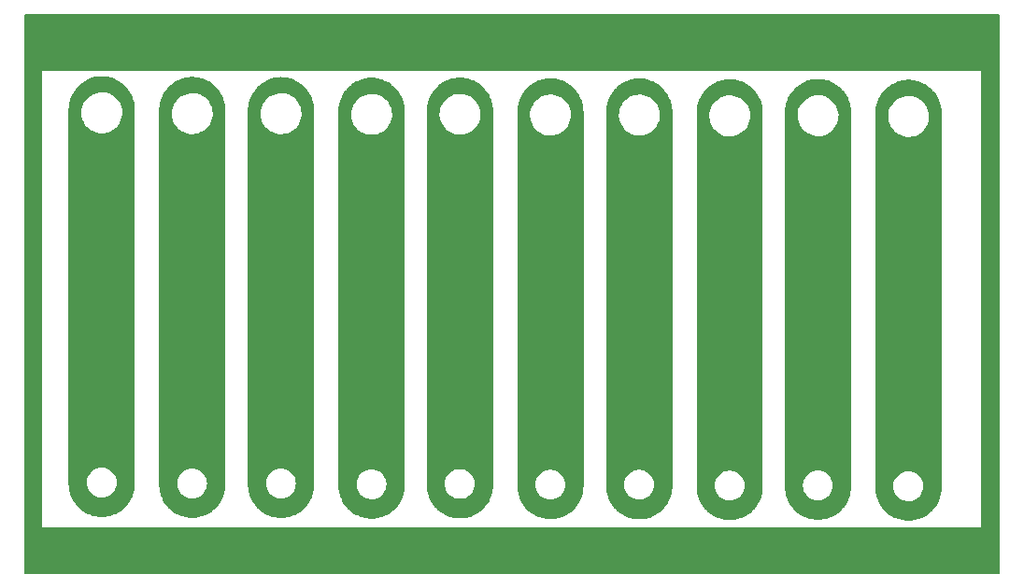
<source format=gbr>
%TF.GenerationSoftware,KiCad,Pcbnew,7.0.1*%
%TF.CreationDate,2023-03-31T11:37:31-07:00*%
%TF.ProjectId,leaf springs,6c656166-2073-4707-9269-6e67732e6b69,rev?*%
%TF.SameCoordinates,Original*%
%TF.FileFunction,Copper,L2,Bot*%
%TF.FilePolarity,Positive*%
%FSLAX46Y46*%
G04 Gerber Fmt 4.6, Leading zero omitted, Abs format (unit mm)*
G04 Created by KiCad (PCBNEW 7.0.1) date 2023-03-31 11:37:31*
%MOMM*%
%LPD*%
G01*
G04 APERTURE LIST*
G04 APERTURE END LIST*
%TA.AperFunction,NonConductor*%
G36*
X207667500Y-46577113D02*
G01*
X207712887Y-46622500D01*
X207729500Y-46684500D01*
X207729500Y-97225500D01*
X207712887Y-97287500D01*
X207667500Y-97332887D01*
X207605500Y-97349500D01*
X119474500Y-97349500D01*
X119412500Y-97332887D01*
X119367113Y-97287500D01*
X119350500Y-97225500D01*
X119350500Y-93100000D01*
X120929459Y-93100000D01*
X120929500Y-93100099D01*
X120929617Y-93100383D01*
X120929618Y-93100384D01*
X120929808Y-93100462D01*
X120930000Y-93100541D01*
X120930002Y-93100539D01*
X120954616Y-93100524D01*
X120954616Y-93100528D01*
X120954760Y-93100500D01*
X206005240Y-93100500D01*
X206005383Y-93100528D01*
X206005384Y-93100524D01*
X206029997Y-93100539D01*
X206030000Y-93100541D01*
X206030383Y-93100383D01*
X206030500Y-93100099D01*
X206030541Y-93100000D01*
X206030541Y-93075446D01*
X206030500Y-93075240D01*
X206030500Y-51734760D01*
X206030528Y-51734616D01*
X206030524Y-51734616D01*
X206030539Y-51710002D01*
X206030541Y-51710000D01*
X206030462Y-51709808D01*
X206030384Y-51709618D01*
X206030380Y-51709614D01*
X206030194Y-51709538D01*
X206030002Y-51709459D01*
X206005446Y-51709459D01*
X206005240Y-51709500D01*
X120954760Y-51709500D01*
X120954554Y-51709459D01*
X120929998Y-51709459D01*
X120929807Y-51709538D01*
X120929619Y-51709615D01*
X120929615Y-51709618D01*
X120929459Y-51709999D01*
X120929476Y-51734616D01*
X120929471Y-51734616D01*
X120929500Y-51734760D01*
X120929500Y-93075240D01*
X120929459Y-93075446D01*
X120929459Y-93100000D01*
X119350500Y-93100000D01*
X119350500Y-46684500D01*
X119367113Y-46622500D01*
X119412500Y-46577113D01*
X119474500Y-46560500D01*
X207605500Y-46560500D01*
X207667500Y-46577113D01*
G37*
%TD.AperFunction*%
%TA.AperFunction,NonConductor*%
G36*
X126493379Y-52187490D02*
G01*
X126673908Y-52197628D01*
X126686309Y-52198955D01*
X126834990Y-52222504D01*
X126836245Y-52222709D01*
X126995324Y-52249738D01*
X127006606Y-52252202D01*
X127155635Y-52292134D01*
X127157761Y-52292725D01*
X127309174Y-52336347D01*
X127319260Y-52339729D01*
X127464710Y-52395562D01*
X127467599Y-52396714D01*
X127611768Y-52456430D01*
X127620589Y-52460497D01*
X127638714Y-52469733D01*
X127760064Y-52531565D01*
X127763748Y-52533521D01*
X127845171Y-52578521D01*
X127899548Y-52608574D01*
X127907061Y-52613081D01*
X128038754Y-52698604D01*
X128042947Y-52701452D01*
X128169147Y-52790996D01*
X128175426Y-52795757D01*
X128295635Y-52893101D01*
X128297567Y-52894665D01*
X128302154Y-52898567D01*
X128375939Y-52964506D01*
X128417424Y-53001579D01*
X128422478Y-53006358D01*
X128533640Y-53117520D01*
X128538419Y-53122574D01*
X128641427Y-53237840D01*
X128645333Y-53242431D01*
X128744239Y-53364570D01*
X128749002Y-53370851D01*
X128838546Y-53497051D01*
X128841409Y-53501266D01*
X128926907Y-53632921D01*
X128931430Y-53640460D01*
X129006477Y-53776250D01*
X129008433Y-53779934D01*
X129079498Y-53919404D01*
X129083575Y-53928247D01*
X129143259Y-54072337D01*
X129144462Y-54075353D01*
X129200265Y-54220727D01*
X129203655Y-54230836D01*
X129247258Y-54382185D01*
X129247879Y-54384419D01*
X129287791Y-54533370D01*
X129290264Y-54544694D01*
X129317282Y-54703715D01*
X129317507Y-54705087D01*
X129341040Y-54853666D01*
X129342372Y-54866111D01*
X129352498Y-55046421D01*
X129352523Y-55046884D01*
X129359330Y-55176757D01*
X129359500Y-55183247D01*
X129359500Y-89176753D01*
X129359330Y-89183243D01*
X129352523Y-89313114D01*
X129352498Y-89313577D01*
X129342372Y-89493887D01*
X129341040Y-89506332D01*
X129317507Y-89654911D01*
X129317282Y-89656283D01*
X129290264Y-89815304D01*
X129287791Y-89826628D01*
X129247879Y-89975579D01*
X129247258Y-89977813D01*
X129203655Y-90129162D01*
X129200265Y-90139271D01*
X129144462Y-90284645D01*
X129143259Y-90287661D01*
X129083575Y-90431751D01*
X129079498Y-90440594D01*
X129008433Y-90580064D01*
X129006477Y-90583748D01*
X128931430Y-90719538D01*
X128926897Y-90727094D01*
X128841412Y-90858728D01*
X128838546Y-90862947D01*
X128749002Y-90989147D01*
X128744239Y-90995428D01*
X128645333Y-91117567D01*
X128641427Y-91122158D01*
X128538419Y-91237424D01*
X128533640Y-91242478D01*
X128422478Y-91353640D01*
X128417424Y-91358419D01*
X128302158Y-91461427D01*
X128297567Y-91465333D01*
X128175428Y-91564239D01*
X128169147Y-91569002D01*
X128042947Y-91658546D01*
X128038728Y-91661412D01*
X127907094Y-91746897D01*
X127899538Y-91751430D01*
X127763748Y-91826477D01*
X127760064Y-91828433D01*
X127620594Y-91899498D01*
X127611751Y-91903575D01*
X127467661Y-91963259D01*
X127464645Y-91964462D01*
X127319271Y-92020265D01*
X127309162Y-92023655D01*
X127157813Y-92067258D01*
X127155579Y-92067879D01*
X127006628Y-92107791D01*
X126995304Y-92110264D01*
X126836283Y-92137282D01*
X126834911Y-92137507D01*
X126686332Y-92161040D01*
X126673887Y-92162372D01*
X126493577Y-92172498D01*
X126493114Y-92172523D01*
X126366489Y-92179159D01*
X126353509Y-92179159D01*
X126226884Y-92172523D01*
X126226421Y-92172498D01*
X126046111Y-92162372D01*
X126033666Y-92161040D01*
X125885087Y-92137507D01*
X125883715Y-92137282D01*
X125724694Y-92110264D01*
X125713370Y-92107791D01*
X125564419Y-92067879D01*
X125562185Y-92067258D01*
X125410836Y-92023655D01*
X125400727Y-92020265D01*
X125255353Y-91964462D01*
X125252337Y-91963259D01*
X125108247Y-91903575D01*
X125099404Y-91899498D01*
X124959934Y-91828433D01*
X124956250Y-91826477D01*
X124820460Y-91751430D01*
X124812921Y-91746907D01*
X124681266Y-91661409D01*
X124677051Y-91658546D01*
X124550851Y-91569002D01*
X124544570Y-91564239D01*
X124422431Y-91465333D01*
X124417840Y-91461427D01*
X124302574Y-91358419D01*
X124297520Y-91353640D01*
X124186358Y-91242478D01*
X124181579Y-91237424D01*
X124152986Y-91205428D01*
X124078567Y-91122154D01*
X124074665Y-91117567D01*
X124024241Y-91055299D01*
X123975757Y-90995426D01*
X123970996Y-90989147D01*
X123881452Y-90862947D01*
X123878604Y-90858754D01*
X123793081Y-90727061D01*
X123788568Y-90719538D01*
X123785365Y-90713743D01*
X123758461Y-90665063D01*
X123713521Y-90583748D01*
X123711565Y-90580064D01*
X123652968Y-90465063D01*
X123640497Y-90440589D01*
X123636430Y-90431768D01*
X123576714Y-90287599D01*
X123575562Y-90284710D01*
X123519729Y-90139260D01*
X123516347Y-90129174D01*
X123472725Y-89977761D01*
X123472134Y-89975635D01*
X123432202Y-89826606D01*
X123429738Y-89815324D01*
X123402709Y-89656245D01*
X123402491Y-89654911D01*
X123378955Y-89506309D01*
X123377628Y-89493908D01*
X123367483Y-89313243D01*
X123367476Y-89313114D01*
X123360669Y-89183243D01*
X123360500Y-89176755D01*
X123360500Y-89050000D01*
X124994340Y-89050000D01*
X125014936Y-89285407D01*
X125063661Y-89467250D01*
X125076097Y-89513663D01*
X125175965Y-89727829D01*
X125311505Y-89921401D01*
X125478599Y-90088495D01*
X125672171Y-90224035D01*
X125886337Y-90323903D01*
X126114592Y-90385063D01*
X126291032Y-90400500D01*
X126291034Y-90400500D01*
X126408966Y-90400500D01*
X126408968Y-90400500D01*
X126526593Y-90390208D01*
X126585408Y-90385063D01*
X126813663Y-90323903D01*
X127027829Y-90224035D01*
X127221401Y-90088495D01*
X127388495Y-89921401D01*
X127524035Y-89727830D01*
X127623903Y-89513663D01*
X127685063Y-89285408D01*
X127705659Y-89050000D01*
X127685063Y-88814592D01*
X127623903Y-88586337D01*
X127524035Y-88372171D01*
X127388495Y-88178599D01*
X127221401Y-88011505D01*
X127027829Y-87875965D01*
X126813663Y-87776097D01*
X126585407Y-87714936D01*
X126408968Y-87699500D01*
X126408966Y-87699500D01*
X126291034Y-87699500D01*
X126291032Y-87699500D01*
X126114592Y-87714936D01*
X125886336Y-87776097D01*
X125672170Y-87875965D01*
X125478598Y-88011505D01*
X125311508Y-88178595D01*
X125311505Y-88178598D01*
X125311505Y-88178599D01*
X125198362Y-88340185D01*
X125175964Y-88372172D01*
X125076097Y-88586337D01*
X125014936Y-88814592D01*
X124994340Y-89050000D01*
X123360500Y-89050000D01*
X123360500Y-55577764D01*
X124515787Y-55577764D01*
X124545413Y-55847016D01*
X124577987Y-55971613D01*
X124613928Y-56109088D01*
X124719870Y-56358390D01*
X124719871Y-56358392D01*
X124860982Y-56589611D01*
X125027423Y-56789611D01*
X125034255Y-56797820D01*
X125235998Y-56978582D01*
X125461910Y-57128044D01*
X125555438Y-57171888D01*
X125707177Y-57243021D01*
X125963089Y-57320013D01*
X125966569Y-57321060D01*
X126234561Y-57360500D01*
X126437631Y-57360500D01*
X126437634Y-57360500D01*
X126640156Y-57345677D01*
X126665578Y-57340014D01*
X126904553Y-57286780D01*
X127157558Y-57190014D01*
X127393777Y-57057441D01*
X127608177Y-56891888D01*
X127796186Y-56696881D01*
X127953799Y-56476579D01*
X128077656Y-56235675D01*
X128165118Y-55979305D01*
X128214319Y-55712933D01*
X128224212Y-55442235D01*
X128194586Y-55172982D01*
X128126072Y-54910912D01*
X128020130Y-54661610D01*
X127941143Y-54532185D01*
X127879017Y-54430388D01*
X127705746Y-54222181D01*
X127704019Y-54220634D01*
X127504002Y-54041418D01*
X127278090Y-53891956D01*
X127277305Y-53891588D01*
X127032822Y-53776978D01*
X126773437Y-53698941D01*
X126773431Y-53698940D01*
X126505439Y-53659500D01*
X126302369Y-53659500D01*
X126302366Y-53659500D01*
X126099843Y-53674322D01*
X125835449Y-53733219D01*
X125582441Y-53829986D01*
X125346223Y-53962559D01*
X125131825Y-54128109D01*
X124943813Y-54323120D01*
X124786201Y-54543420D01*
X124662342Y-54784329D01*
X124574881Y-55040695D01*
X124525680Y-55307066D01*
X124515787Y-55577764D01*
X123360500Y-55577764D01*
X123360500Y-55183245D01*
X123360670Y-55176756D01*
X123363283Y-55126898D01*
X123367501Y-55046421D01*
X123377628Y-54866087D01*
X123378954Y-54853694D01*
X123402513Y-54704947D01*
X123402700Y-54703809D01*
X123429739Y-54544666D01*
X123432199Y-54533402D01*
X123472150Y-54384305D01*
X123472709Y-54382293D01*
X123516351Y-54230811D01*
X123519724Y-54220753D01*
X123575583Y-54075233D01*
X123576692Y-54072452D01*
X123636439Y-53928212D01*
X123640488Y-53919429D01*
X123711569Y-53779925D01*
X123713521Y-53776250D01*
X123716721Y-53770460D01*
X123788588Y-53640426D01*
X123793065Y-53632962D01*
X123878633Y-53501199D01*
X123881434Y-53497077D01*
X123971010Y-53370832D01*
X123975733Y-53364603D01*
X124074702Y-53242386D01*
X124078532Y-53237885D01*
X124181613Y-53122537D01*
X124186323Y-53117556D01*
X124297556Y-53006323D01*
X124302537Y-53001613D01*
X124417885Y-52898532D01*
X124422386Y-52894702D01*
X124544603Y-52795733D01*
X124550832Y-52791010D01*
X124677077Y-52701434D01*
X124681199Y-52698633D01*
X124812962Y-52613065D01*
X124820426Y-52608588D01*
X124956255Y-52533517D01*
X124959934Y-52531565D01*
X125099429Y-52460488D01*
X125108212Y-52456439D01*
X125252452Y-52396692D01*
X125255233Y-52395583D01*
X125400753Y-52339724D01*
X125410811Y-52336351D01*
X125562293Y-52292709D01*
X125564305Y-52292150D01*
X125713402Y-52252199D01*
X125724666Y-52249739D01*
X125883809Y-52222700D01*
X125884947Y-52222513D01*
X126033694Y-52198954D01*
X126046087Y-52197628D01*
X126226554Y-52187493D01*
X126353513Y-52180840D01*
X126366487Y-52180840D01*
X126493379Y-52187490D01*
G37*
%TD.AperFunction*%
%TA.AperFunction,NonConductor*%
G36*
X134693379Y-52257490D02*
G01*
X134873908Y-52267628D01*
X134886309Y-52268955D01*
X135034990Y-52292504D01*
X135036245Y-52292709D01*
X135195324Y-52319738D01*
X135206606Y-52322202D01*
X135355635Y-52362134D01*
X135357761Y-52362725D01*
X135509174Y-52406347D01*
X135519260Y-52409729D01*
X135664710Y-52465562D01*
X135667599Y-52466714D01*
X135811768Y-52526430D01*
X135820589Y-52530497D01*
X135832263Y-52536446D01*
X135960064Y-52601565D01*
X135963748Y-52603521D01*
X136053848Y-52653316D01*
X136099548Y-52678574D01*
X136107061Y-52683081D01*
X136238754Y-52768604D01*
X136242947Y-52771452D01*
X136369147Y-52860996D01*
X136375426Y-52865757D01*
X136497370Y-52964506D01*
X136497567Y-52964665D01*
X136502154Y-52968567D01*
X136602990Y-53058680D01*
X136617424Y-53071579D01*
X136622478Y-53076358D01*
X136733640Y-53187520D01*
X136738419Y-53192574D01*
X136841427Y-53307840D01*
X136845333Y-53312431D01*
X136944239Y-53434570D01*
X136949002Y-53440851D01*
X137038546Y-53567051D01*
X137041409Y-53571266D01*
X137126907Y-53702921D01*
X137131430Y-53710460D01*
X137206477Y-53846250D01*
X137208433Y-53849934D01*
X137279498Y-53989404D01*
X137283575Y-53998247D01*
X137343259Y-54142337D01*
X137344462Y-54145353D01*
X137400265Y-54290727D01*
X137403655Y-54300836D01*
X137447258Y-54452185D01*
X137447879Y-54454419D01*
X137487791Y-54603370D01*
X137490264Y-54614694D01*
X137517282Y-54773715D01*
X137517507Y-54775087D01*
X137541040Y-54923666D01*
X137542372Y-54936111D01*
X137552498Y-55116421D01*
X137552523Y-55116884D01*
X137559330Y-55246757D01*
X137559500Y-55253247D01*
X137559500Y-89246753D01*
X137559330Y-89253243D01*
X137552523Y-89383114D01*
X137552498Y-89383577D01*
X137542372Y-89563887D01*
X137541040Y-89576332D01*
X137517507Y-89724911D01*
X137517282Y-89726283D01*
X137490264Y-89885304D01*
X137487791Y-89896628D01*
X137447879Y-90045579D01*
X137447258Y-90047813D01*
X137403655Y-90199162D01*
X137400265Y-90209271D01*
X137344462Y-90354645D01*
X137343259Y-90357661D01*
X137283575Y-90501751D01*
X137279498Y-90510594D01*
X137208433Y-90650064D01*
X137206477Y-90653748D01*
X137131430Y-90789538D01*
X137126897Y-90797094D01*
X137041412Y-90928728D01*
X137038546Y-90932947D01*
X136949002Y-91059147D01*
X136944239Y-91065428D01*
X136845333Y-91187567D01*
X136841427Y-91192158D01*
X136738419Y-91307424D01*
X136733640Y-91312478D01*
X136622478Y-91423640D01*
X136617424Y-91428419D01*
X136502158Y-91531427D01*
X136497567Y-91535333D01*
X136375428Y-91634239D01*
X136369147Y-91639002D01*
X136242947Y-91728546D01*
X136238728Y-91731412D01*
X136107094Y-91816897D01*
X136099538Y-91821430D01*
X135963748Y-91896477D01*
X135960064Y-91898433D01*
X135820594Y-91969498D01*
X135811751Y-91973575D01*
X135667661Y-92033259D01*
X135664645Y-92034462D01*
X135519271Y-92090265D01*
X135509162Y-92093655D01*
X135357813Y-92137258D01*
X135355579Y-92137879D01*
X135206628Y-92177791D01*
X135195304Y-92180264D01*
X135036283Y-92207282D01*
X135034911Y-92207507D01*
X134886332Y-92231040D01*
X134873887Y-92232372D01*
X134693577Y-92242498D01*
X134693114Y-92242523D01*
X134566489Y-92249159D01*
X134553509Y-92249159D01*
X134426884Y-92242523D01*
X134426421Y-92242498D01*
X134246111Y-92232372D01*
X134233666Y-92231040D01*
X134085087Y-92207507D01*
X134083715Y-92207282D01*
X133924694Y-92180264D01*
X133913370Y-92177791D01*
X133764419Y-92137879D01*
X133762185Y-92137258D01*
X133610836Y-92093655D01*
X133600727Y-92090265D01*
X133455353Y-92034462D01*
X133452337Y-92033259D01*
X133308247Y-91973575D01*
X133299404Y-91969498D01*
X133159934Y-91898433D01*
X133156250Y-91896477D01*
X133020460Y-91821430D01*
X133012921Y-91816907D01*
X132881266Y-91731409D01*
X132877051Y-91728546D01*
X132750851Y-91639002D01*
X132744570Y-91634239D01*
X132622431Y-91535333D01*
X132617840Y-91531427D01*
X132502574Y-91428419D01*
X132497520Y-91423640D01*
X132386358Y-91312478D01*
X132381579Y-91307424D01*
X132352986Y-91275428D01*
X132278567Y-91192154D01*
X132274665Y-91187567D01*
X132246723Y-91153062D01*
X132175757Y-91065426D01*
X132170996Y-91059147D01*
X132081452Y-90932947D01*
X132078604Y-90928754D01*
X131993081Y-90797061D01*
X131988568Y-90789538D01*
X131913521Y-90653748D01*
X131911565Y-90650064D01*
X131850392Y-90530007D01*
X131840497Y-90510589D01*
X131836430Y-90501768D01*
X131776714Y-90357599D01*
X131775562Y-90354710D01*
X131719729Y-90209260D01*
X131716347Y-90199174D01*
X131672725Y-90047761D01*
X131672134Y-90045635D01*
X131632202Y-89896606D01*
X131629738Y-89885324D01*
X131602709Y-89726245D01*
X131602491Y-89724911D01*
X131578955Y-89576309D01*
X131577628Y-89563908D01*
X131567483Y-89383243D01*
X131567476Y-89383114D01*
X131560669Y-89253243D01*
X131560500Y-89246755D01*
X131560500Y-89119999D01*
X133194340Y-89119999D01*
X133214936Y-89355407D01*
X133257341Y-89513663D01*
X133276097Y-89583663D01*
X133375965Y-89797829D01*
X133511505Y-89991401D01*
X133678599Y-90158495D01*
X133872171Y-90294035D01*
X134086337Y-90393903D01*
X134310259Y-90453902D01*
X134314592Y-90455063D01*
X134491032Y-90470500D01*
X134491034Y-90470500D01*
X134608966Y-90470500D01*
X134608968Y-90470500D01*
X134726594Y-90460208D01*
X134785408Y-90455063D01*
X135013663Y-90393903D01*
X135227829Y-90294035D01*
X135421401Y-90158495D01*
X135588495Y-89991401D01*
X135724035Y-89797830D01*
X135823903Y-89583663D01*
X135885063Y-89355408D01*
X135905659Y-89120000D01*
X135885063Y-88884592D01*
X135823903Y-88656337D01*
X135724035Y-88442171D01*
X135588495Y-88248599D01*
X135421401Y-88081505D01*
X135227829Y-87945965D01*
X135013663Y-87846097D01*
X135009330Y-87844936D01*
X134785407Y-87784936D01*
X134608968Y-87769500D01*
X134608966Y-87769500D01*
X134491034Y-87769500D01*
X134491032Y-87769500D01*
X134314592Y-87784936D01*
X134086336Y-87846097D01*
X133872170Y-87945965D01*
X133678598Y-88081505D01*
X133511508Y-88248595D01*
X133511505Y-88248598D01*
X133511505Y-88248599D01*
X133379391Y-88437278D01*
X133375964Y-88442172D01*
X133276097Y-88656337D01*
X133214936Y-88884592D01*
X133194340Y-89119999D01*
X131560500Y-89119999D01*
X131560500Y-55647764D01*
X132715787Y-55647764D01*
X132745413Y-55917016D01*
X132777987Y-56041613D01*
X132813928Y-56179088D01*
X132919870Y-56428390D01*
X132919871Y-56428392D01*
X133060982Y-56659611D01*
X133218002Y-56848290D01*
X133234255Y-56867820D01*
X133435998Y-57048582D01*
X133661910Y-57198044D01*
X133757855Y-57243021D01*
X133907177Y-57313021D01*
X134152160Y-57386725D01*
X134166569Y-57391060D01*
X134434561Y-57430500D01*
X134637631Y-57430500D01*
X134637634Y-57430500D01*
X134840156Y-57415677D01*
X134874417Y-57408045D01*
X135104553Y-57356780D01*
X135357558Y-57260014D01*
X135593777Y-57127441D01*
X135808177Y-56961888D01*
X135996186Y-56766881D01*
X136153799Y-56546579D01*
X136277656Y-56305675D01*
X136365118Y-56049305D01*
X136414319Y-55782933D01*
X136424212Y-55512235D01*
X136394586Y-55242982D01*
X136326072Y-54980912D01*
X136220130Y-54731610D01*
X136128701Y-54581799D01*
X136079017Y-54500388D01*
X135905746Y-54292181D01*
X135898125Y-54285353D01*
X135704002Y-54111418D01*
X135478090Y-53961956D01*
X135477305Y-53961588D01*
X135232822Y-53846978D01*
X134973437Y-53768941D01*
X134973431Y-53768940D01*
X134705439Y-53729500D01*
X134502369Y-53729500D01*
X134502366Y-53729500D01*
X134299843Y-53744322D01*
X134035449Y-53803219D01*
X133782441Y-53899986D01*
X133546223Y-54032559D01*
X133331825Y-54198109D01*
X133143813Y-54393120D01*
X132986201Y-54613420D01*
X132862342Y-54854329D01*
X132774881Y-55110695D01*
X132725680Y-55377066D01*
X132715787Y-55647764D01*
X131560500Y-55647764D01*
X131560500Y-55253245D01*
X131560670Y-55246756D01*
X131563283Y-55196898D01*
X131567501Y-55116421D01*
X131577628Y-54936087D01*
X131578954Y-54923694D01*
X131602513Y-54774947D01*
X131602700Y-54773809D01*
X131629739Y-54614666D01*
X131632199Y-54603402D01*
X131672150Y-54454305D01*
X131672709Y-54452293D01*
X131716351Y-54300811D01*
X131719724Y-54290753D01*
X131775583Y-54145233D01*
X131776692Y-54142452D01*
X131836439Y-53998212D01*
X131840488Y-53989429D01*
X131911569Y-53849925D01*
X131913521Y-53846250D01*
X131924419Y-53826531D01*
X131988588Y-53710426D01*
X131993065Y-53702962D01*
X132078633Y-53571199D01*
X132081434Y-53567077D01*
X132171010Y-53440832D01*
X132175733Y-53434603D01*
X132274702Y-53312386D01*
X132278532Y-53307885D01*
X132381613Y-53192537D01*
X132386323Y-53187556D01*
X132497556Y-53076323D01*
X132502537Y-53071613D01*
X132617885Y-52968532D01*
X132622386Y-52964702D01*
X132744603Y-52865733D01*
X132750832Y-52861010D01*
X132877077Y-52771434D01*
X132881199Y-52768633D01*
X133012962Y-52683065D01*
X133020426Y-52678588D01*
X133156255Y-52603517D01*
X133159934Y-52601565D01*
X133165808Y-52598572D01*
X133299429Y-52530488D01*
X133308212Y-52526439D01*
X133452452Y-52466692D01*
X133455233Y-52465583D01*
X133600753Y-52409724D01*
X133610811Y-52406351D01*
X133762293Y-52362709D01*
X133764305Y-52362150D01*
X133913402Y-52322199D01*
X133924666Y-52319739D01*
X134083809Y-52292700D01*
X134084947Y-52292513D01*
X134233694Y-52268954D01*
X134246087Y-52267628D01*
X134426554Y-52257493D01*
X134553513Y-52250840D01*
X134566487Y-52250840D01*
X134693379Y-52257490D01*
G37*
%TD.AperFunction*%
%TA.AperFunction,NonConductor*%
G36*
X142743379Y-52267490D02*
G01*
X142923908Y-52277628D01*
X142936309Y-52278955D01*
X143084990Y-52302504D01*
X143086245Y-52302709D01*
X143245324Y-52329738D01*
X143256606Y-52332202D01*
X143405635Y-52372134D01*
X143407761Y-52372725D01*
X143559174Y-52416347D01*
X143569260Y-52419729D01*
X143714710Y-52475562D01*
X143717599Y-52476714D01*
X143861768Y-52536430D01*
X143870589Y-52540497D01*
X143890926Y-52550860D01*
X144010064Y-52611565D01*
X144013748Y-52613521D01*
X144087414Y-52654234D01*
X144149548Y-52688574D01*
X144157061Y-52693081D01*
X144288754Y-52778604D01*
X144292947Y-52781452D01*
X144419147Y-52870996D01*
X144425426Y-52875757D01*
X144540036Y-52968567D01*
X144547567Y-52974665D01*
X144552154Y-52978567D01*
X144641800Y-53058680D01*
X144667424Y-53081579D01*
X144672478Y-53086358D01*
X144783640Y-53197520D01*
X144788419Y-53202574D01*
X144891427Y-53317840D01*
X144895333Y-53322431D01*
X144994239Y-53444570D01*
X144999002Y-53450851D01*
X145088546Y-53577051D01*
X145091409Y-53581266D01*
X145176907Y-53712921D01*
X145181430Y-53720460D01*
X145256477Y-53856250D01*
X145258433Y-53859934D01*
X145329498Y-53999404D01*
X145333575Y-54008247D01*
X145393259Y-54152337D01*
X145394462Y-54155353D01*
X145450265Y-54300727D01*
X145453655Y-54310836D01*
X145497258Y-54462185D01*
X145497879Y-54464419D01*
X145537791Y-54613370D01*
X145540264Y-54624694D01*
X145567282Y-54783715D01*
X145567507Y-54785087D01*
X145591040Y-54933666D01*
X145592372Y-54946111D01*
X145602498Y-55126421D01*
X145602523Y-55126884D01*
X145609330Y-55256757D01*
X145609500Y-55263247D01*
X145609500Y-89256753D01*
X145609330Y-89263243D01*
X145602523Y-89393114D01*
X145602498Y-89393577D01*
X145592372Y-89573887D01*
X145591040Y-89586332D01*
X145567507Y-89734911D01*
X145567282Y-89736283D01*
X145540264Y-89895304D01*
X145537791Y-89906628D01*
X145497879Y-90055579D01*
X145497258Y-90057813D01*
X145453655Y-90209162D01*
X145450265Y-90219271D01*
X145394462Y-90364645D01*
X145393259Y-90367661D01*
X145333575Y-90511751D01*
X145329498Y-90520594D01*
X145258433Y-90660064D01*
X145256477Y-90663748D01*
X145181430Y-90799538D01*
X145176897Y-90807094D01*
X145091412Y-90938728D01*
X145088546Y-90942947D01*
X144999002Y-91069147D01*
X144994239Y-91075428D01*
X144895333Y-91197567D01*
X144891427Y-91202158D01*
X144788419Y-91317424D01*
X144783640Y-91322478D01*
X144672478Y-91433640D01*
X144667424Y-91438419D01*
X144552158Y-91541427D01*
X144547567Y-91545333D01*
X144425428Y-91644239D01*
X144419147Y-91649002D01*
X144292947Y-91738546D01*
X144288728Y-91741412D01*
X144157094Y-91826897D01*
X144149538Y-91831430D01*
X144013748Y-91906477D01*
X144010064Y-91908433D01*
X143870594Y-91979498D01*
X143861751Y-91983575D01*
X143717661Y-92043259D01*
X143714645Y-92044462D01*
X143569271Y-92100265D01*
X143559162Y-92103655D01*
X143407813Y-92147258D01*
X143405579Y-92147879D01*
X143256628Y-92187791D01*
X143245304Y-92190264D01*
X143086283Y-92217282D01*
X143084911Y-92217507D01*
X142936332Y-92241040D01*
X142923887Y-92242372D01*
X142743577Y-92252498D01*
X142743114Y-92252523D01*
X142616489Y-92259159D01*
X142603509Y-92259159D01*
X142476884Y-92252523D01*
X142476421Y-92252498D01*
X142296111Y-92242372D01*
X142283666Y-92241040D01*
X142135087Y-92217507D01*
X142133715Y-92217282D01*
X141974694Y-92190264D01*
X141963370Y-92187791D01*
X141814419Y-92147879D01*
X141812185Y-92147258D01*
X141660836Y-92103655D01*
X141650727Y-92100265D01*
X141505353Y-92044462D01*
X141502337Y-92043259D01*
X141358247Y-91983575D01*
X141349404Y-91979498D01*
X141209934Y-91908433D01*
X141206250Y-91906477D01*
X141070460Y-91831430D01*
X141062921Y-91826907D01*
X140931266Y-91741409D01*
X140927051Y-91738546D01*
X140800851Y-91649002D01*
X140794570Y-91644239D01*
X140672431Y-91545333D01*
X140667840Y-91541427D01*
X140552574Y-91438419D01*
X140547520Y-91433640D01*
X140436358Y-91322478D01*
X140431579Y-91317424D01*
X140424189Y-91309155D01*
X140328567Y-91202154D01*
X140324665Y-91197567D01*
X140319869Y-91191645D01*
X140225757Y-91075426D01*
X140220996Y-91069147D01*
X140131452Y-90942947D01*
X140128604Y-90938754D01*
X140043081Y-90807061D01*
X140038568Y-90799538D01*
X140037217Y-90797094D01*
X139991154Y-90713748D01*
X139963521Y-90663748D01*
X139961565Y-90660064D01*
X139898737Y-90536759D01*
X139890497Y-90520589D01*
X139886430Y-90511768D01*
X139826714Y-90367599D01*
X139825562Y-90364710D01*
X139769729Y-90219260D01*
X139766347Y-90209174D01*
X139722725Y-90057761D01*
X139722134Y-90055635D01*
X139682202Y-89906606D01*
X139679738Y-89895324D01*
X139652709Y-89736245D01*
X139652491Y-89734911D01*
X139628955Y-89586309D01*
X139627628Y-89573908D01*
X139617483Y-89393243D01*
X139617476Y-89393114D01*
X139610669Y-89263243D01*
X139610500Y-89256755D01*
X139610500Y-89130000D01*
X141244340Y-89130000D01*
X141264936Y-89365407D01*
X141313661Y-89547250D01*
X141326097Y-89593663D01*
X141425965Y-89807829D01*
X141561505Y-90001401D01*
X141728599Y-90168495D01*
X141922171Y-90304035D01*
X142136337Y-90403903D01*
X142322942Y-90453903D01*
X142364592Y-90465063D01*
X142541032Y-90480500D01*
X142541034Y-90480500D01*
X142658966Y-90480500D01*
X142658968Y-90480500D01*
X142802364Y-90467954D01*
X142835408Y-90465063D01*
X143063663Y-90403903D01*
X143277829Y-90304035D01*
X143471401Y-90168495D01*
X143638495Y-90001401D01*
X143774035Y-89807830D01*
X143873903Y-89593663D01*
X143935063Y-89365408D01*
X143955659Y-89130000D01*
X143935063Y-88894592D01*
X143873903Y-88666337D01*
X143774035Y-88452171D01*
X143638495Y-88258599D01*
X143471401Y-88091505D01*
X143277829Y-87955965D01*
X143063663Y-87856097D01*
X143063662Y-87856096D01*
X142835407Y-87794936D01*
X142658968Y-87779500D01*
X142658966Y-87779500D01*
X142541034Y-87779500D01*
X142541032Y-87779500D01*
X142364592Y-87794936D01*
X142136336Y-87856097D01*
X141922170Y-87955965D01*
X141728598Y-88091505D01*
X141561508Y-88258595D01*
X141561505Y-88258598D01*
X141561505Y-88258599D01*
X141432967Y-88442171D01*
X141425964Y-88452172D01*
X141326097Y-88666337D01*
X141264936Y-88894592D01*
X141244340Y-89130000D01*
X139610500Y-89130000D01*
X139610500Y-55657764D01*
X140765787Y-55657764D01*
X140795413Y-55927016D01*
X140826786Y-56047018D01*
X140863928Y-56189088D01*
X140965621Y-56428392D01*
X140969871Y-56438392D01*
X141110982Y-56669611D01*
X141277423Y-56869611D01*
X141284255Y-56877820D01*
X141485998Y-57058582D01*
X141711910Y-57208044D01*
X141774238Y-57237262D01*
X141957177Y-57323021D01*
X142213089Y-57400013D01*
X142216569Y-57401060D01*
X142484561Y-57440500D01*
X142687631Y-57440500D01*
X142687634Y-57440500D01*
X142890156Y-57425677D01*
X142890155Y-57425677D01*
X143154553Y-57366780D01*
X143407558Y-57270014D01*
X143643777Y-57137441D01*
X143858177Y-56971888D01*
X144046186Y-56776881D01*
X144203799Y-56556579D01*
X144327656Y-56315675D01*
X144415118Y-56059305D01*
X144464319Y-55792933D01*
X144474212Y-55522235D01*
X144444586Y-55252982D01*
X144376072Y-54990912D01*
X144270130Y-54741610D01*
X144185763Y-54603370D01*
X144129017Y-54510388D01*
X143955746Y-54302181D01*
X143940663Y-54288667D01*
X143754002Y-54121418D01*
X143528090Y-53971956D01*
X143528086Y-53971954D01*
X143282822Y-53856978D01*
X143023437Y-53778941D01*
X143023431Y-53778940D01*
X142755439Y-53739500D01*
X142552369Y-53739500D01*
X142552366Y-53739500D01*
X142349843Y-53754322D01*
X142085449Y-53813219D01*
X141832441Y-53909986D01*
X141596223Y-54042559D01*
X141381825Y-54208109D01*
X141193813Y-54403120D01*
X141036201Y-54623420D01*
X140912342Y-54864329D01*
X140824881Y-55120695D01*
X140775680Y-55387066D01*
X140765787Y-55657764D01*
X139610500Y-55657764D01*
X139610500Y-55263245D01*
X139610670Y-55256756D01*
X139611512Y-55240695D01*
X139617501Y-55126421D01*
X139627628Y-54946087D01*
X139628954Y-54933694D01*
X139652513Y-54784947D01*
X139652700Y-54783809D01*
X139679739Y-54624666D01*
X139682199Y-54613402D01*
X139722150Y-54464305D01*
X139722709Y-54462293D01*
X139766351Y-54310811D01*
X139769724Y-54300753D01*
X139825583Y-54155233D01*
X139826692Y-54152452D01*
X139886439Y-54008212D01*
X139890488Y-53999429D01*
X139961569Y-53859925D01*
X139963521Y-53856250D01*
X139967012Y-53849934D01*
X140038588Y-53720426D01*
X140043065Y-53712962D01*
X140128633Y-53581199D01*
X140131434Y-53577077D01*
X140221010Y-53450832D01*
X140225733Y-53444603D01*
X140324702Y-53322386D01*
X140328532Y-53317885D01*
X140431613Y-53202537D01*
X140436323Y-53197556D01*
X140547556Y-53086323D01*
X140552537Y-53081613D01*
X140667885Y-52978532D01*
X140672386Y-52974702D01*
X140794603Y-52875733D01*
X140800832Y-52871010D01*
X140927077Y-52781434D01*
X140931199Y-52778633D01*
X141062962Y-52693065D01*
X141070426Y-52688588D01*
X141206255Y-52613517D01*
X141209934Y-52611565D01*
X141349429Y-52540488D01*
X141358212Y-52536439D01*
X141502452Y-52476692D01*
X141505233Y-52475583D01*
X141650753Y-52419724D01*
X141660811Y-52416351D01*
X141812293Y-52372709D01*
X141814305Y-52372150D01*
X141963402Y-52332199D01*
X141974666Y-52329739D01*
X142133809Y-52302700D01*
X142134947Y-52302513D01*
X142283694Y-52278954D01*
X142296087Y-52277628D01*
X142476554Y-52267493D01*
X142603513Y-52260840D01*
X142616487Y-52260840D01*
X142743379Y-52267490D01*
G37*
%TD.AperFunction*%
%TA.AperFunction,NonConductor*%
G36*
X158953379Y-52317490D02*
G01*
X159133908Y-52327628D01*
X159146309Y-52328955D01*
X159294990Y-52352504D01*
X159296245Y-52352709D01*
X159455324Y-52379738D01*
X159466606Y-52382202D01*
X159615635Y-52422134D01*
X159617761Y-52422725D01*
X159769174Y-52466347D01*
X159779260Y-52469729D01*
X159924710Y-52525562D01*
X159927599Y-52526714D01*
X160071768Y-52586430D01*
X160080589Y-52590497D01*
X160096436Y-52598572D01*
X160220064Y-52661565D01*
X160223748Y-52663521D01*
X160307534Y-52709827D01*
X160359548Y-52738574D01*
X160367061Y-52743081D01*
X160498754Y-52828604D01*
X160502947Y-52831452D01*
X160629147Y-52920996D01*
X160635426Y-52925757D01*
X160734959Y-53006358D01*
X160757567Y-53024665D01*
X160762154Y-53028567D01*
X160874180Y-53128680D01*
X160877424Y-53131579D01*
X160882478Y-53136358D01*
X160993640Y-53247520D01*
X160998419Y-53252574D01*
X161101427Y-53367840D01*
X161105333Y-53372431D01*
X161204239Y-53494570D01*
X161209002Y-53500851D01*
X161298546Y-53627051D01*
X161301409Y-53631266D01*
X161386907Y-53762921D01*
X161391430Y-53770460D01*
X161466477Y-53906250D01*
X161468433Y-53909934D01*
X161539498Y-54049404D01*
X161543575Y-54058247D01*
X161603259Y-54202337D01*
X161604462Y-54205353D01*
X161660265Y-54350727D01*
X161663655Y-54360836D01*
X161707258Y-54512185D01*
X161707879Y-54514419D01*
X161747791Y-54663370D01*
X161750264Y-54674694D01*
X161777282Y-54833715D01*
X161777507Y-54835087D01*
X161801040Y-54983666D01*
X161802372Y-54996111D01*
X161812498Y-55176421D01*
X161812523Y-55176884D01*
X161819330Y-55306757D01*
X161819500Y-55313247D01*
X161819500Y-89306753D01*
X161819330Y-89313243D01*
X161812523Y-89443114D01*
X161812498Y-89443577D01*
X161802372Y-89623887D01*
X161801040Y-89636332D01*
X161777507Y-89784911D01*
X161777282Y-89786283D01*
X161750264Y-89945304D01*
X161747791Y-89956628D01*
X161707879Y-90105579D01*
X161707258Y-90107813D01*
X161663655Y-90259162D01*
X161660265Y-90269271D01*
X161604462Y-90414645D01*
X161603259Y-90417661D01*
X161543575Y-90561751D01*
X161539498Y-90570594D01*
X161468433Y-90710064D01*
X161466477Y-90713748D01*
X161391430Y-90849538D01*
X161386897Y-90857094D01*
X161301412Y-90988728D01*
X161298546Y-90992947D01*
X161209002Y-91119147D01*
X161204239Y-91125428D01*
X161105333Y-91247567D01*
X161101427Y-91252158D01*
X160998419Y-91367424D01*
X160993640Y-91372478D01*
X160882478Y-91483640D01*
X160877424Y-91488419D01*
X160762158Y-91591427D01*
X160757567Y-91595333D01*
X160635428Y-91694239D01*
X160629147Y-91699002D01*
X160502947Y-91788546D01*
X160498728Y-91791412D01*
X160367094Y-91876897D01*
X160359538Y-91881430D01*
X160223748Y-91956477D01*
X160220064Y-91958433D01*
X160080594Y-92029498D01*
X160071751Y-92033575D01*
X159927661Y-92093259D01*
X159924645Y-92094462D01*
X159779271Y-92150265D01*
X159769162Y-92153655D01*
X159617813Y-92197258D01*
X159615579Y-92197879D01*
X159466628Y-92237791D01*
X159455304Y-92240264D01*
X159296283Y-92267282D01*
X159294911Y-92267507D01*
X159146332Y-92291040D01*
X159133887Y-92292372D01*
X158953577Y-92302498D01*
X158953114Y-92302523D01*
X158826489Y-92309159D01*
X158813509Y-92309159D01*
X158686884Y-92302523D01*
X158686421Y-92302498D01*
X158506111Y-92292372D01*
X158493666Y-92291040D01*
X158345087Y-92267507D01*
X158343715Y-92267282D01*
X158184694Y-92240264D01*
X158173370Y-92237791D01*
X158024419Y-92197879D01*
X158022185Y-92197258D01*
X157870836Y-92153655D01*
X157860727Y-92150265D01*
X157715353Y-92094462D01*
X157712337Y-92093259D01*
X157568247Y-92033575D01*
X157559404Y-92029498D01*
X157419934Y-91958433D01*
X157416250Y-91956477D01*
X157280460Y-91881430D01*
X157272921Y-91876907D01*
X157141266Y-91791409D01*
X157137051Y-91788546D01*
X157010851Y-91699002D01*
X157004570Y-91694239D01*
X156882431Y-91595333D01*
X156877840Y-91591427D01*
X156762574Y-91488419D01*
X156757520Y-91483640D01*
X156646358Y-91372478D01*
X156641579Y-91367424D01*
X156602870Y-91324109D01*
X156538567Y-91252154D01*
X156534665Y-91247567D01*
X156534484Y-91247344D01*
X156435757Y-91125426D01*
X156430996Y-91119147D01*
X156341452Y-90992947D01*
X156338604Y-90988754D01*
X156253081Y-90857061D01*
X156248568Y-90849538D01*
X156244636Y-90842424D01*
X156223316Y-90803848D01*
X156173521Y-90713748D01*
X156171565Y-90710064D01*
X156108061Y-90585433D01*
X156100497Y-90570589D01*
X156096430Y-90561768D01*
X156036714Y-90417599D01*
X156035562Y-90414710D01*
X155979729Y-90269260D01*
X155976347Y-90259174D01*
X155932725Y-90107761D01*
X155932134Y-90105635D01*
X155892202Y-89956606D01*
X155889738Y-89945324D01*
X155862709Y-89786245D01*
X155862491Y-89784911D01*
X155838955Y-89636309D01*
X155837628Y-89623908D01*
X155827485Y-89443285D01*
X155827476Y-89443114D01*
X155820669Y-89313243D01*
X155820500Y-89306755D01*
X155820500Y-89179999D01*
X157454340Y-89179999D01*
X157474936Y-89415407D01*
X157522699Y-89593662D01*
X157536097Y-89643663D01*
X157635965Y-89857829D01*
X157771505Y-90051401D01*
X157938599Y-90218495D01*
X158132171Y-90354035D01*
X158346337Y-90453903D01*
X158557913Y-90510594D01*
X158574592Y-90515063D01*
X158751032Y-90530500D01*
X158751034Y-90530500D01*
X158868966Y-90530500D01*
X158868968Y-90530500D01*
X158986593Y-90520208D01*
X159045408Y-90515063D01*
X159273663Y-90453903D01*
X159487829Y-90354035D01*
X159681401Y-90218495D01*
X159848495Y-90051401D01*
X159984035Y-89857830D01*
X160083903Y-89643663D01*
X160145063Y-89415408D01*
X160165659Y-89180000D01*
X160161284Y-89130000D01*
X160145063Y-88944592D01*
X160124095Y-88866337D01*
X160083903Y-88716337D01*
X159984035Y-88502171D01*
X159848495Y-88308599D01*
X159681401Y-88141505D01*
X159487829Y-88005965D01*
X159273663Y-87906097D01*
X159273662Y-87906096D01*
X159045407Y-87844936D01*
X158868968Y-87829500D01*
X158868966Y-87829500D01*
X158751034Y-87829500D01*
X158751032Y-87829500D01*
X158574592Y-87844936D01*
X158346336Y-87906097D01*
X158132170Y-88005965D01*
X157938598Y-88141505D01*
X157771508Y-88308595D01*
X157771505Y-88308598D01*
X157771505Y-88308599D01*
X157666475Y-88458598D01*
X157635964Y-88502172D01*
X157536097Y-88716337D01*
X157474936Y-88944592D01*
X157454340Y-89179999D01*
X155820500Y-89179999D01*
X155820500Y-55707764D01*
X156975787Y-55707764D01*
X157005413Y-55977016D01*
X157039998Y-56109304D01*
X157073928Y-56239088D01*
X157157469Y-56435675D01*
X157179871Y-56488392D01*
X157320982Y-56719611D01*
X157486324Y-56918290D01*
X157494255Y-56927820D01*
X157695998Y-57108582D01*
X157921910Y-57258044D01*
X158028211Y-57307876D01*
X158167177Y-57373021D01*
X158426562Y-57451058D01*
X158426569Y-57451060D01*
X158694561Y-57490500D01*
X158897631Y-57490500D01*
X158897634Y-57490500D01*
X159100156Y-57475677D01*
X159125578Y-57470014D01*
X159364553Y-57416780D01*
X159617558Y-57320014D01*
X159853777Y-57187441D01*
X160068177Y-57021888D01*
X160256186Y-56826881D01*
X160413799Y-56606579D01*
X160537656Y-56365675D01*
X160625118Y-56109305D01*
X160674319Y-55842933D01*
X160684212Y-55572235D01*
X160654586Y-55302982D01*
X160586072Y-55040912D01*
X160480130Y-54791610D01*
X160388171Y-54640930D01*
X160339017Y-54560388D01*
X160165746Y-54352181D01*
X160131413Y-54321419D01*
X159964002Y-54171418D01*
X159738090Y-54021956D01*
X159725240Y-54015932D01*
X159492822Y-53906978D01*
X159233437Y-53828941D01*
X159233431Y-53828940D01*
X158965439Y-53789500D01*
X158762369Y-53789500D01*
X158762366Y-53789500D01*
X158559843Y-53804322D01*
X158295449Y-53863219D01*
X158042441Y-53959986D01*
X157806223Y-54092559D01*
X157591825Y-54258109D01*
X157403813Y-54453120D01*
X157246201Y-54673420D01*
X157122342Y-54914329D01*
X157034881Y-55170695D01*
X156985680Y-55437066D01*
X156975787Y-55707764D01*
X155820500Y-55707764D01*
X155820500Y-55313245D01*
X155820670Y-55306756D01*
X155823120Y-55260000D01*
X155827486Y-55176701D01*
X155837628Y-54996087D01*
X155838954Y-54983694D01*
X155862513Y-54834947D01*
X155862700Y-54833809D01*
X155889739Y-54674666D01*
X155892199Y-54663402D01*
X155932150Y-54514305D01*
X155932709Y-54512293D01*
X155976351Y-54360811D01*
X155979724Y-54350753D01*
X156035583Y-54205233D01*
X156036692Y-54202452D01*
X156096439Y-54058212D01*
X156100488Y-54049429D01*
X156171569Y-53909925D01*
X156173521Y-53906250D01*
X156177450Y-53899141D01*
X156248588Y-53770426D01*
X156253065Y-53762962D01*
X156338633Y-53631199D01*
X156341434Y-53627077D01*
X156431010Y-53500832D01*
X156435733Y-53494603D01*
X156534702Y-53372386D01*
X156538532Y-53367885D01*
X156641613Y-53252537D01*
X156646323Y-53247556D01*
X156757556Y-53136323D01*
X156762537Y-53131613D01*
X156877885Y-53028532D01*
X156882386Y-53024702D01*
X157004603Y-52925733D01*
X157010832Y-52921010D01*
X157137077Y-52831434D01*
X157141199Y-52828633D01*
X157272962Y-52743065D01*
X157280426Y-52738588D01*
X157416255Y-52663517D01*
X157419934Y-52661565D01*
X157559429Y-52590488D01*
X157568212Y-52586439D01*
X157712452Y-52526692D01*
X157715233Y-52525583D01*
X157860753Y-52469724D01*
X157870811Y-52466351D01*
X158022293Y-52422709D01*
X158024305Y-52422150D01*
X158173402Y-52382199D01*
X158184666Y-52379739D01*
X158343809Y-52352700D01*
X158344947Y-52352513D01*
X158493694Y-52328954D01*
X158506087Y-52327628D01*
X158686554Y-52317493D01*
X158813513Y-52310840D01*
X158826487Y-52310840D01*
X158953379Y-52317490D01*
G37*
%TD.AperFunction*%
%TA.AperFunction,NonConductor*%
G36*
X150943379Y-52337490D02*
G01*
X151123908Y-52347628D01*
X151136309Y-52348955D01*
X151284990Y-52372504D01*
X151286245Y-52372709D01*
X151445324Y-52399738D01*
X151456606Y-52402202D01*
X151605635Y-52442134D01*
X151607761Y-52442725D01*
X151759174Y-52486347D01*
X151769260Y-52489729D01*
X151914710Y-52545562D01*
X151917599Y-52546714D01*
X152061768Y-52606430D01*
X152070589Y-52610497D01*
X152076515Y-52613517D01*
X152210064Y-52681565D01*
X152213748Y-52683521D01*
X152287414Y-52724234D01*
X152349548Y-52758574D01*
X152357061Y-52763081D01*
X152488754Y-52848604D01*
X152492947Y-52851452D01*
X152619147Y-52940996D01*
X152625426Y-52945757D01*
X152728959Y-53029597D01*
X152747567Y-53044665D01*
X152752154Y-53048567D01*
X152841800Y-53128680D01*
X152867424Y-53151579D01*
X152872478Y-53156358D01*
X152983640Y-53267520D01*
X152988419Y-53272574D01*
X153091427Y-53387840D01*
X153095333Y-53392431D01*
X153194239Y-53514570D01*
X153199002Y-53520851D01*
X153288546Y-53647051D01*
X153291409Y-53651266D01*
X153376907Y-53782921D01*
X153381430Y-53790460D01*
X153456477Y-53926250D01*
X153458433Y-53929934D01*
X153529498Y-54069404D01*
X153533575Y-54078247D01*
X153593259Y-54222337D01*
X153594462Y-54225353D01*
X153650265Y-54370727D01*
X153653655Y-54380836D01*
X153697258Y-54532185D01*
X153697879Y-54534419D01*
X153737791Y-54683370D01*
X153740264Y-54694694D01*
X153767282Y-54853715D01*
X153767507Y-54855087D01*
X153791040Y-55003666D01*
X153792372Y-55016111D01*
X153802498Y-55196421D01*
X153802523Y-55196884D01*
X153809330Y-55326757D01*
X153809500Y-55333247D01*
X153809500Y-89326753D01*
X153809330Y-89333243D01*
X153802523Y-89463114D01*
X153802498Y-89463577D01*
X153792372Y-89643887D01*
X153791040Y-89656332D01*
X153767507Y-89804911D01*
X153767282Y-89806283D01*
X153740264Y-89965304D01*
X153737791Y-89976628D01*
X153697879Y-90125579D01*
X153697258Y-90127813D01*
X153653655Y-90279162D01*
X153650265Y-90289271D01*
X153594462Y-90434645D01*
X153593259Y-90437661D01*
X153533575Y-90581751D01*
X153529498Y-90590594D01*
X153458433Y-90730064D01*
X153456477Y-90733748D01*
X153381430Y-90869538D01*
X153376897Y-90877094D01*
X153291412Y-91008728D01*
X153288546Y-91012947D01*
X153199002Y-91139147D01*
X153194239Y-91145428D01*
X153095333Y-91267567D01*
X153091427Y-91272158D01*
X152988419Y-91387424D01*
X152983640Y-91392478D01*
X152872478Y-91503640D01*
X152867424Y-91508419D01*
X152752158Y-91611427D01*
X152747567Y-91615333D01*
X152625428Y-91714239D01*
X152619147Y-91719002D01*
X152492947Y-91808546D01*
X152488728Y-91811412D01*
X152357094Y-91896897D01*
X152349538Y-91901430D01*
X152213748Y-91976477D01*
X152210064Y-91978433D01*
X152070594Y-92049498D01*
X152061751Y-92053575D01*
X151917661Y-92113259D01*
X151914645Y-92114462D01*
X151769271Y-92170265D01*
X151759162Y-92173655D01*
X151607813Y-92217258D01*
X151605579Y-92217879D01*
X151456628Y-92257791D01*
X151445304Y-92260264D01*
X151286283Y-92287282D01*
X151284911Y-92287507D01*
X151136332Y-92311040D01*
X151123887Y-92312372D01*
X150943577Y-92322498D01*
X150943114Y-92322523D01*
X150816489Y-92329159D01*
X150803509Y-92329159D01*
X150676884Y-92322523D01*
X150676421Y-92322498D01*
X150496111Y-92312372D01*
X150483666Y-92311040D01*
X150335087Y-92287507D01*
X150333715Y-92287282D01*
X150174694Y-92260264D01*
X150163370Y-92257791D01*
X150014419Y-92217879D01*
X150012185Y-92217258D01*
X149860836Y-92173655D01*
X149850727Y-92170265D01*
X149705353Y-92114462D01*
X149702337Y-92113259D01*
X149558247Y-92053575D01*
X149549404Y-92049498D01*
X149409934Y-91978433D01*
X149406250Y-91976477D01*
X149270460Y-91901430D01*
X149262921Y-91896907D01*
X149131266Y-91811409D01*
X149127051Y-91808546D01*
X149000851Y-91719002D01*
X148994570Y-91714239D01*
X148872431Y-91615333D01*
X148867840Y-91611427D01*
X148752574Y-91508419D01*
X148747520Y-91503640D01*
X148636358Y-91392478D01*
X148631579Y-91387424D01*
X148624189Y-91379155D01*
X148528567Y-91272154D01*
X148524665Y-91267567D01*
X148508469Y-91247567D01*
X148425757Y-91145426D01*
X148420996Y-91139147D01*
X148331452Y-91012947D01*
X148328604Y-91008754D01*
X148243081Y-90877061D01*
X148238568Y-90869538D01*
X148234925Y-90862947D01*
X148198530Y-90797094D01*
X148163521Y-90733748D01*
X148161565Y-90730064D01*
X148100392Y-90610007D01*
X148090497Y-90590589D01*
X148086430Y-90581768D01*
X148026714Y-90437599D01*
X148025562Y-90434710D01*
X147969729Y-90289260D01*
X147966347Y-90279174D01*
X147922725Y-90127761D01*
X147922134Y-90125635D01*
X147882202Y-89976606D01*
X147879738Y-89965324D01*
X147852709Y-89806245D01*
X147852491Y-89804911D01*
X147828955Y-89656309D01*
X147827628Y-89643908D01*
X147817483Y-89463243D01*
X147817476Y-89463114D01*
X147810669Y-89333243D01*
X147810500Y-89326755D01*
X147810500Y-89199999D01*
X149444340Y-89199999D01*
X149464936Y-89435407D01*
X149513661Y-89617250D01*
X149526097Y-89663663D01*
X149625965Y-89877829D01*
X149761505Y-90071401D01*
X149928599Y-90238495D01*
X150122171Y-90374035D01*
X150336337Y-90473903D01*
X150560259Y-90533902D01*
X150564592Y-90535063D01*
X150741032Y-90550500D01*
X150741034Y-90550500D01*
X150858966Y-90550500D01*
X150858968Y-90550500D01*
X150976594Y-90540208D01*
X151035408Y-90535063D01*
X151263663Y-90473903D01*
X151477829Y-90374035D01*
X151671401Y-90238495D01*
X151838495Y-90071401D01*
X151974035Y-89877830D01*
X152073903Y-89663663D01*
X152135063Y-89435408D01*
X152155659Y-89200000D01*
X152153865Y-89179500D01*
X152135063Y-88964592D01*
X152129704Y-88944592D01*
X152073903Y-88736337D01*
X151974035Y-88522171D01*
X151838495Y-88328599D01*
X151671401Y-88161505D01*
X151477829Y-88025965D01*
X151263663Y-87926097D01*
X151222013Y-87914937D01*
X151035407Y-87864936D01*
X150858968Y-87849500D01*
X150858966Y-87849500D01*
X150741034Y-87849500D01*
X150741032Y-87849500D01*
X150564592Y-87864936D01*
X150336336Y-87926097D01*
X150122170Y-88025965D01*
X149928598Y-88161505D01*
X149761508Y-88328595D01*
X149761505Y-88328598D01*
X149761505Y-88328599D01*
X149639969Y-88502171D01*
X149625964Y-88522172D01*
X149526097Y-88736337D01*
X149464936Y-88964592D01*
X149444340Y-89199999D01*
X147810500Y-89199999D01*
X147810500Y-55727764D01*
X148965787Y-55727764D01*
X148995413Y-55997016D01*
X149029400Y-56127016D01*
X149063928Y-56259088D01*
X149139859Y-56437768D01*
X149169871Y-56508392D01*
X149310982Y-56739611D01*
X149467609Y-56927818D01*
X149484255Y-56947820D01*
X149685998Y-57128582D01*
X149911910Y-57278044D01*
X150007855Y-57323021D01*
X150157177Y-57393021D01*
X150413089Y-57470013D01*
X150416569Y-57471060D01*
X150684561Y-57510500D01*
X150887631Y-57510500D01*
X150887634Y-57510500D01*
X151090156Y-57495677D01*
X151113396Y-57490500D01*
X151354553Y-57436780D01*
X151607558Y-57340014D01*
X151843777Y-57207441D01*
X152058177Y-57041888D01*
X152246186Y-56846881D01*
X152403799Y-56626579D01*
X152527656Y-56385675D01*
X152615118Y-56129305D01*
X152664319Y-55862933D01*
X152674212Y-55592235D01*
X152644586Y-55322982D01*
X152576072Y-55060912D01*
X152470130Y-54811610D01*
X152372599Y-54651800D01*
X152329017Y-54580388D01*
X152155746Y-54372181D01*
X152144298Y-54361924D01*
X151954002Y-54191418D01*
X151728090Y-54041956D01*
X151728086Y-54041954D01*
X151482822Y-53926978D01*
X151223437Y-53848941D01*
X151223431Y-53848940D01*
X150955439Y-53809500D01*
X150752369Y-53809500D01*
X150752366Y-53809500D01*
X150549843Y-53824322D01*
X150285449Y-53883219D01*
X150032441Y-53979986D01*
X149796223Y-54112559D01*
X149581825Y-54278109D01*
X149393813Y-54473120D01*
X149236201Y-54693420D01*
X149112342Y-54934329D01*
X149024881Y-55190695D01*
X148975680Y-55457066D01*
X148965787Y-55727764D01*
X147810500Y-55727764D01*
X147810500Y-55333245D01*
X147810670Y-55326756D01*
X147813045Y-55281431D01*
X147817501Y-55196421D01*
X147827628Y-55016087D01*
X147828954Y-55003694D01*
X147852513Y-54854947D01*
X147852700Y-54853809D01*
X147879739Y-54694666D01*
X147882199Y-54683402D01*
X147922150Y-54534305D01*
X147922709Y-54532293D01*
X147966351Y-54380811D01*
X147969724Y-54370753D01*
X148025583Y-54225233D01*
X148026692Y-54222452D01*
X148086439Y-54078212D01*
X148090488Y-54069429D01*
X148161569Y-53929925D01*
X148163521Y-53926250D01*
X148172510Y-53909986D01*
X148238588Y-53790426D01*
X148243065Y-53782962D01*
X148328633Y-53651199D01*
X148331434Y-53647077D01*
X148421010Y-53520832D01*
X148425733Y-53514603D01*
X148524702Y-53392386D01*
X148528532Y-53387885D01*
X148631613Y-53272537D01*
X148636323Y-53267556D01*
X148747556Y-53156323D01*
X148752537Y-53151613D01*
X148867885Y-53048532D01*
X148872386Y-53044702D01*
X148994603Y-52945733D01*
X149000832Y-52941010D01*
X149127077Y-52851434D01*
X149131199Y-52848633D01*
X149262962Y-52763065D01*
X149270426Y-52758588D01*
X149406255Y-52683517D01*
X149409934Y-52681565D01*
X149415804Y-52678574D01*
X149549429Y-52610488D01*
X149558212Y-52606439D01*
X149702452Y-52546692D01*
X149705233Y-52545583D01*
X149850753Y-52489724D01*
X149860811Y-52486351D01*
X150012293Y-52442709D01*
X150014305Y-52442150D01*
X150163402Y-52402199D01*
X150174666Y-52399739D01*
X150333809Y-52372700D01*
X150334947Y-52372513D01*
X150483694Y-52348954D01*
X150496087Y-52347628D01*
X150676554Y-52337493D01*
X150803513Y-52330840D01*
X150816487Y-52330840D01*
X150943379Y-52337490D01*
G37*
%TD.AperFunction*%
%TA.AperFunction,NonConductor*%
G36*
X167153379Y-52387490D02*
G01*
X167333908Y-52397628D01*
X167346309Y-52398955D01*
X167494990Y-52422504D01*
X167496245Y-52422709D01*
X167655324Y-52449738D01*
X167666606Y-52452202D01*
X167815635Y-52492134D01*
X167817761Y-52492725D01*
X167969174Y-52536347D01*
X167979260Y-52539729D01*
X168124710Y-52595562D01*
X168127599Y-52596714D01*
X168271768Y-52656430D01*
X168280589Y-52660497D01*
X168296436Y-52668572D01*
X168420064Y-52731565D01*
X168423748Y-52733521D01*
X168505289Y-52778586D01*
X168559548Y-52808574D01*
X168567061Y-52813081D01*
X168698754Y-52898604D01*
X168702947Y-52901452D01*
X168829147Y-52990996D01*
X168835426Y-52995757D01*
X168947308Y-53086358D01*
X168957567Y-53094665D01*
X168962154Y-53098567D01*
X169026822Y-53156358D01*
X169077424Y-53201579D01*
X169082478Y-53206358D01*
X169193640Y-53317520D01*
X169198419Y-53322574D01*
X169301427Y-53437840D01*
X169305333Y-53442431D01*
X169404239Y-53564570D01*
X169409002Y-53570851D01*
X169498546Y-53697051D01*
X169501409Y-53701266D01*
X169586907Y-53832921D01*
X169591430Y-53840460D01*
X169666477Y-53976250D01*
X169668433Y-53979934D01*
X169739498Y-54119404D01*
X169743575Y-54128247D01*
X169803259Y-54272337D01*
X169804462Y-54275353D01*
X169860265Y-54420727D01*
X169863655Y-54430836D01*
X169907258Y-54582185D01*
X169907879Y-54584419D01*
X169947791Y-54733370D01*
X169950264Y-54744694D01*
X169977282Y-54903715D01*
X169977507Y-54905087D01*
X170001040Y-55053666D01*
X170002372Y-55066111D01*
X170012498Y-55246421D01*
X170012523Y-55246884D01*
X170019330Y-55376757D01*
X170019500Y-55383247D01*
X170019500Y-89376753D01*
X170019330Y-89383243D01*
X170012523Y-89513114D01*
X170012498Y-89513577D01*
X170002372Y-89693887D01*
X170001040Y-89706332D01*
X169977507Y-89854911D01*
X169977282Y-89856283D01*
X169950264Y-90015304D01*
X169947791Y-90026628D01*
X169907879Y-90175579D01*
X169907258Y-90177813D01*
X169863655Y-90329162D01*
X169860265Y-90339271D01*
X169804462Y-90484645D01*
X169803259Y-90487661D01*
X169743575Y-90631751D01*
X169739498Y-90640594D01*
X169668433Y-90780064D01*
X169666477Y-90783748D01*
X169591430Y-90919538D01*
X169586897Y-90927094D01*
X169501412Y-91058728D01*
X169498546Y-91062947D01*
X169409002Y-91189147D01*
X169404239Y-91195428D01*
X169305333Y-91317567D01*
X169301427Y-91322158D01*
X169198419Y-91437424D01*
X169193640Y-91442478D01*
X169082478Y-91553640D01*
X169077424Y-91558419D01*
X168962158Y-91661427D01*
X168957567Y-91665333D01*
X168835428Y-91764239D01*
X168829147Y-91769002D01*
X168702947Y-91858546D01*
X168698728Y-91861412D01*
X168567094Y-91946897D01*
X168559538Y-91951430D01*
X168423748Y-92026477D01*
X168420064Y-92028433D01*
X168280594Y-92099498D01*
X168271751Y-92103575D01*
X168127661Y-92163259D01*
X168124645Y-92164462D01*
X167979271Y-92220265D01*
X167969162Y-92223655D01*
X167817813Y-92267258D01*
X167815579Y-92267879D01*
X167666628Y-92307791D01*
X167655304Y-92310264D01*
X167496283Y-92337282D01*
X167494911Y-92337507D01*
X167346332Y-92361040D01*
X167333887Y-92362372D01*
X167153577Y-92372498D01*
X167153114Y-92372523D01*
X167026489Y-92379159D01*
X167013509Y-92379159D01*
X166886884Y-92372523D01*
X166886421Y-92372498D01*
X166706111Y-92362372D01*
X166693666Y-92361040D01*
X166545087Y-92337507D01*
X166543715Y-92337282D01*
X166384694Y-92310264D01*
X166373370Y-92307791D01*
X166224419Y-92267879D01*
X166222185Y-92267258D01*
X166070836Y-92223655D01*
X166060727Y-92220265D01*
X165915353Y-92164462D01*
X165912337Y-92163259D01*
X165768247Y-92103575D01*
X165759404Y-92099498D01*
X165619934Y-92028433D01*
X165616250Y-92026477D01*
X165480460Y-91951430D01*
X165472921Y-91946907D01*
X165341266Y-91861409D01*
X165337051Y-91858546D01*
X165210851Y-91769002D01*
X165204570Y-91764239D01*
X165082431Y-91665333D01*
X165077840Y-91661427D01*
X164962574Y-91558419D01*
X164957520Y-91553640D01*
X164846358Y-91442478D01*
X164841579Y-91437424D01*
X164791576Y-91381471D01*
X164738567Y-91322154D01*
X164734665Y-91317567D01*
X164734484Y-91317344D01*
X164635757Y-91195426D01*
X164630996Y-91189147D01*
X164541452Y-91062947D01*
X164538604Y-91058754D01*
X164453081Y-90927061D01*
X164448568Y-90919538D01*
X164444636Y-90912424D01*
X164423316Y-90873848D01*
X164373521Y-90783748D01*
X164371565Y-90780064D01*
X164309721Y-90658690D01*
X164300497Y-90640589D01*
X164296430Y-90631768D01*
X164236714Y-90487599D01*
X164235562Y-90484710D01*
X164179729Y-90339260D01*
X164176347Y-90329174D01*
X164132725Y-90177761D01*
X164132134Y-90175635D01*
X164092202Y-90026606D01*
X164089738Y-90015324D01*
X164062709Y-89856245D01*
X164062491Y-89854911D01*
X164038955Y-89706309D01*
X164037628Y-89693908D01*
X164027485Y-89513285D01*
X164027476Y-89513114D01*
X164020669Y-89383243D01*
X164020500Y-89376755D01*
X164020500Y-89249999D01*
X165654340Y-89249999D01*
X165674936Y-89485407D01*
X165720712Y-89656245D01*
X165736097Y-89713663D01*
X165835965Y-89927829D01*
X165971505Y-90121401D01*
X166138599Y-90288495D01*
X166332171Y-90424035D01*
X166546337Y-90523903D01*
X166769684Y-90583748D01*
X166774592Y-90585063D01*
X166951032Y-90600500D01*
X166951034Y-90600500D01*
X167068966Y-90600500D01*
X167068968Y-90600500D01*
X167186593Y-90590208D01*
X167245408Y-90585063D01*
X167473663Y-90523903D01*
X167687829Y-90424035D01*
X167881401Y-90288495D01*
X168048495Y-90121401D01*
X168184035Y-89927830D01*
X168283903Y-89713663D01*
X168345063Y-89485408D01*
X168365659Y-89250000D01*
X168361284Y-89200000D01*
X168345063Y-89014592D01*
X168310230Y-88884592D01*
X168283903Y-88786337D01*
X168184035Y-88572171D01*
X168048495Y-88378599D01*
X167881401Y-88211505D01*
X167687829Y-88075965D01*
X167473663Y-87976097D01*
X167245407Y-87914936D01*
X167068968Y-87899500D01*
X167068966Y-87899500D01*
X166951034Y-87899500D01*
X166951032Y-87899500D01*
X166774592Y-87914936D01*
X166546336Y-87976097D01*
X166332170Y-88075965D01*
X166138598Y-88211505D01*
X165971508Y-88378595D01*
X165971505Y-88378598D01*
X165971505Y-88378599D01*
X165870976Y-88522170D01*
X165835964Y-88572172D01*
X165736097Y-88786337D01*
X165674936Y-89014592D01*
X165654340Y-89249999D01*
X164020500Y-89249999D01*
X164020500Y-55777764D01*
X165175787Y-55777764D01*
X165205413Y-56047016D01*
X165239998Y-56179304D01*
X165273928Y-56309088D01*
X165379870Y-56558390D01*
X165379871Y-56558392D01*
X165520982Y-56789611D01*
X165678243Y-56978580D01*
X165694255Y-56997820D01*
X165895998Y-57178582D01*
X166121910Y-57328044D01*
X166217855Y-57373021D01*
X166367177Y-57443021D01*
X166626562Y-57521058D01*
X166626569Y-57521060D01*
X166894561Y-57560500D01*
X167097631Y-57560500D01*
X167097634Y-57560500D01*
X167300156Y-57545677D01*
X167301130Y-57545460D01*
X167564553Y-57486780D01*
X167817558Y-57390014D01*
X168053777Y-57257441D01*
X168268177Y-57091888D01*
X168456186Y-56896881D01*
X168613799Y-56676579D01*
X168737656Y-56435675D01*
X168825118Y-56179305D01*
X168874319Y-55912933D01*
X168884212Y-55642235D01*
X168854586Y-55372982D01*
X168786072Y-55110912D01*
X168680130Y-54861610D01*
X168588171Y-54710930D01*
X168539017Y-54630388D01*
X168365746Y-54422181D01*
X168344471Y-54403119D01*
X168164002Y-54241418D01*
X167938090Y-54091956D01*
X167931072Y-54088666D01*
X167692822Y-53976978D01*
X167433437Y-53898941D01*
X167433431Y-53898940D01*
X167165439Y-53859500D01*
X166962369Y-53859500D01*
X166962366Y-53859500D01*
X166759843Y-53874322D01*
X166495449Y-53933219D01*
X166242441Y-54029986D01*
X166006223Y-54162559D01*
X165791825Y-54328109D01*
X165603813Y-54523120D01*
X165446201Y-54743420D01*
X165348051Y-54934325D01*
X165330401Y-54968655D01*
X165322342Y-54984329D01*
X165234881Y-55240695D01*
X165185680Y-55507066D01*
X165175787Y-55777764D01*
X164020500Y-55777764D01*
X164020500Y-55383245D01*
X164020670Y-55376756D01*
X164023120Y-55330000D01*
X164027486Y-55246701D01*
X164037628Y-55066087D01*
X164038954Y-55053694D01*
X164062513Y-54904947D01*
X164062700Y-54903809D01*
X164089739Y-54744666D01*
X164092199Y-54733402D01*
X164132150Y-54584305D01*
X164132709Y-54582293D01*
X164176351Y-54430811D01*
X164179724Y-54420753D01*
X164235583Y-54275233D01*
X164236692Y-54272452D01*
X164296439Y-54128212D01*
X164300488Y-54119429D01*
X164371569Y-53979925D01*
X164373521Y-53976250D01*
X164381422Y-53961954D01*
X164448588Y-53840426D01*
X164453065Y-53832962D01*
X164538633Y-53701199D01*
X164541434Y-53697077D01*
X164631010Y-53570832D01*
X164635733Y-53564603D01*
X164734702Y-53442386D01*
X164738532Y-53437885D01*
X164841613Y-53322537D01*
X164846323Y-53317556D01*
X164957556Y-53206323D01*
X164962537Y-53201613D01*
X165077885Y-53098532D01*
X165082386Y-53094702D01*
X165204603Y-52995733D01*
X165210832Y-52991010D01*
X165337077Y-52901434D01*
X165341199Y-52898633D01*
X165472962Y-52813065D01*
X165480426Y-52808588D01*
X165616255Y-52733517D01*
X165619934Y-52731565D01*
X165632071Y-52725381D01*
X165759429Y-52660488D01*
X165768212Y-52656439D01*
X165912452Y-52596692D01*
X165915233Y-52595583D01*
X166060753Y-52539724D01*
X166070811Y-52536351D01*
X166222293Y-52492709D01*
X166224305Y-52492150D01*
X166373402Y-52452199D01*
X166384666Y-52449739D01*
X166543809Y-52422700D01*
X166544947Y-52422513D01*
X166693694Y-52398954D01*
X166706087Y-52397628D01*
X166886554Y-52387493D01*
X167013513Y-52380840D01*
X167026487Y-52380840D01*
X167153379Y-52387490D01*
G37*
%TD.AperFunction*%
%TA.AperFunction,NonConductor*%
G36*
X175203379Y-52397490D02*
G01*
X175383908Y-52407628D01*
X175396309Y-52408955D01*
X175544990Y-52432504D01*
X175546245Y-52432709D01*
X175705324Y-52459738D01*
X175716606Y-52462202D01*
X175865635Y-52502134D01*
X175867761Y-52502725D01*
X176019174Y-52546347D01*
X176029260Y-52549729D01*
X176174710Y-52605562D01*
X176177599Y-52606714D01*
X176321768Y-52666430D01*
X176330594Y-52670500D01*
X176470064Y-52741565D01*
X176473748Y-52743521D01*
X176559649Y-52790996D01*
X176609548Y-52818574D01*
X176617061Y-52823081D01*
X176748754Y-52908604D01*
X176752947Y-52911452D01*
X176879147Y-53000996D01*
X176885426Y-53005757D01*
X177006324Y-53103659D01*
X177007567Y-53104665D01*
X177012154Y-53108567D01*
X177065632Y-53156358D01*
X177127424Y-53211579D01*
X177132478Y-53216358D01*
X177243640Y-53327520D01*
X177248419Y-53332574D01*
X177351427Y-53447840D01*
X177355333Y-53452431D01*
X177454239Y-53574570D01*
X177459002Y-53580851D01*
X177548546Y-53707051D01*
X177551409Y-53711266D01*
X177636907Y-53842921D01*
X177641430Y-53850460D01*
X177716477Y-53986250D01*
X177718433Y-53989934D01*
X177789498Y-54129404D01*
X177793575Y-54138247D01*
X177853259Y-54282337D01*
X177854462Y-54285353D01*
X177910265Y-54430727D01*
X177913655Y-54440836D01*
X177957258Y-54592185D01*
X177957879Y-54594419D01*
X177997791Y-54743370D01*
X178000264Y-54754694D01*
X178027282Y-54913715D01*
X178027507Y-54915087D01*
X178051040Y-55063666D01*
X178052372Y-55076111D01*
X178062498Y-55256421D01*
X178062523Y-55256884D01*
X178069330Y-55386757D01*
X178069500Y-55393247D01*
X178069500Y-89386753D01*
X178069330Y-89393243D01*
X178062523Y-89523114D01*
X178062498Y-89523577D01*
X178052372Y-89703887D01*
X178051040Y-89716332D01*
X178027507Y-89864911D01*
X178027282Y-89866283D01*
X178000264Y-90025304D01*
X177997791Y-90036628D01*
X177957879Y-90185579D01*
X177957258Y-90187813D01*
X177913655Y-90339162D01*
X177910265Y-90349271D01*
X177854462Y-90494645D01*
X177853259Y-90497661D01*
X177793575Y-90641751D01*
X177789498Y-90650594D01*
X177718433Y-90790064D01*
X177716477Y-90793749D01*
X177641429Y-90929539D01*
X177636896Y-90937093D01*
X177551416Y-91068722D01*
X177548550Y-91072943D01*
X177459002Y-91199148D01*
X177454239Y-91205428D01*
X177355333Y-91327567D01*
X177351427Y-91332158D01*
X177248419Y-91447424D01*
X177243640Y-91452478D01*
X177132478Y-91563640D01*
X177127424Y-91568419D01*
X177012158Y-91671427D01*
X177007567Y-91675333D01*
X176885428Y-91774239D01*
X176879147Y-91779002D01*
X176752947Y-91868546D01*
X176748728Y-91871412D01*
X176617094Y-91956897D01*
X176609538Y-91961430D01*
X176473748Y-92036477D01*
X176470064Y-92038433D01*
X176330594Y-92109498D01*
X176321751Y-92113575D01*
X176177661Y-92173259D01*
X176174645Y-92174462D01*
X176029271Y-92230265D01*
X176019162Y-92233655D01*
X175867813Y-92277258D01*
X175865579Y-92277879D01*
X175716628Y-92317791D01*
X175705304Y-92320264D01*
X175546283Y-92347282D01*
X175544911Y-92347507D01*
X175396332Y-92371040D01*
X175383887Y-92372372D01*
X175203577Y-92382498D01*
X175203114Y-92382523D01*
X175076489Y-92389159D01*
X175063509Y-92389159D01*
X174936884Y-92382523D01*
X174936421Y-92382498D01*
X174756111Y-92372372D01*
X174743666Y-92371040D01*
X174595087Y-92347507D01*
X174593715Y-92347282D01*
X174434694Y-92320264D01*
X174423370Y-92317791D01*
X174274419Y-92277879D01*
X174272185Y-92277258D01*
X174120836Y-92233655D01*
X174110727Y-92230265D01*
X173965353Y-92174462D01*
X173962337Y-92173259D01*
X173818247Y-92113575D01*
X173809404Y-92109498D01*
X173669934Y-92038433D01*
X173666250Y-92036477D01*
X173530460Y-91961430D01*
X173522921Y-91956907D01*
X173391266Y-91871409D01*
X173387051Y-91868546D01*
X173260851Y-91779002D01*
X173254570Y-91774239D01*
X173132431Y-91675333D01*
X173127840Y-91671427D01*
X173012574Y-91568419D01*
X173007520Y-91563640D01*
X172896358Y-91452478D01*
X172891579Y-91447424D01*
X172883532Y-91438419D01*
X172788567Y-91332154D01*
X172784665Y-91327566D01*
X172685754Y-91205420D01*
X172680991Y-91199140D01*
X172591464Y-91072964D01*
X172588598Y-91068744D01*
X172503098Y-90937086D01*
X172498565Y-90929532D01*
X172489682Y-90913460D01*
X172450995Y-90843460D01*
X172423521Y-90793749D01*
X172421565Y-90790064D01*
X172362461Y-90674068D01*
X172350497Y-90650589D01*
X172346430Y-90641768D01*
X172286714Y-90497599D01*
X172285562Y-90494710D01*
X172229729Y-90349260D01*
X172226347Y-90339174D01*
X172182725Y-90187761D01*
X172182134Y-90185635D01*
X172142202Y-90036606D01*
X172139738Y-90025324D01*
X172112709Y-89866245D01*
X172112491Y-89864911D01*
X172088955Y-89716309D01*
X172087628Y-89703908D01*
X172077485Y-89523285D01*
X172077476Y-89523114D01*
X172070669Y-89393243D01*
X172070500Y-89386755D01*
X172070500Y-89259999D01*
X173704340Y-89259999D01*
X173724936Y-89495407D01*
X173778024Y-89693533D01*
X173786097Y-89723663D01*
X173885965Y-89937829D01*
X174021505Y-90131401D01*
X174188599Y-90298495D01*
X174382171Y-90434035D01*
X174596337Y-90533903D01*
X174787271Y-90585063D01*
X174824592Y-90595063D01*
X175001032Y-90610500D01*
X175001034Y-90610500D01*
X175118966Y-90610500D01*
X175118968Y-90610500D01*
X175238899Y-90600007D01*
X175295408Y-90595063D01*
X175523663Y-90533903D01*
X175737829Y-90434035D01*
X175931401Y-90298495D01*
X176098495Y-90131401D01*
X176234035Y-89937830D01*
X176333903Y-89723663D01*
X176395063Y-89495408D01*
X176415659Y-89260000D01*
X176410409Y-89199999D01*
X176395063Y-89024592D01*
X176373627Y-88944592D01*
X176333903Y-88796337D01*
X176234035Y-88582171D01*
X176098495Y-88388599D01*
X175931401Y-88221505D01*
X175737829Y-88085965D01*
X175523663Y-87986097D01*
X175523662Y-87986096D01*
X175295407Y-87924936D01*
X175118968Y-87909500D01*
X175118966Y-87909500D01*
X175001034Y-87909500D01*
X175001032Y-87909500D01*
X174824592Y-87924936D01*
X174596336Y-87986097D01*
X174382170Y-88085965D01*
X174188598Y-88221505D01*
X174021508Y-88388595D01*
X174021505Y-88388598D01*
X174021505Y-88388599D01*
X173892967Y-88572171D01*
X173885964Y-88582172D01*
X173786097Y-88796337D01*
X173724936Y-89024592D01*
X173704340Y-89259999D01*
X172070500Y-89259999D01*
X172070500Y-55787764D01*
X173225787Y-55787764D01*
X173255413Y-56057016D01*
X173289998Y-56189304D01*
X173323928Y-56319088D01*
X173425621Y-56558392D01*
X173429871Y-56568392D01*
X173570982Y-56799611D01*
X173718507Y-56976881D01*
X173744255Y-57007820D01*
X173945998Y-57188582D01*
X174171910Y-57338044D01*
X174246521Y-57373020D01*
X174417177Y-57453021D01*
X174676562Y-57531058D01*
X174676569Y-57531060D01*
X174944561Y-57570500D01*
X175147631Y-57570500D01*
X175147634Y-57570500D01*
X175350156Y-57555677D01*
X175395047Y-57545677D01*
X175614553Y-57496780D01*
X175867558Y-57400014D01*
X176103777Y-57267441D01*
X176318177Y-57101888D01*
X176506186Y-56906881D01*
X176663799Y-56686579D01*
X176787656Y-56445675D01*
X176875118Y-56189305D01*
X176924319Y-55922933D01*
X176934212Y-55652235D01*
X176904586Y-55382982D01*
X176836072Y-55120912D01*
X176730130Y-54871610D01*
X176622142Y-54694666D01*
X176589017Y-54640388D01*
X176415746Y-54432181D01*
X176381086Y-54401126D01*
X176214002Y-54251418D01*
X175988090Y-54101956D01*
X175975240Y-54095932D01*
X175742822Y-53986978D01*
X175483437Y-53908941D01*
X175483431Y-53908940D01*
X175215439Y-53869500D01*
X175012369Y-53869500D01*
X175012366Y-53869500D01*
X174809843Y-53884322D01*
X174545449Y-53943219D01*
X174292441Y-54039986D01*
X174056223Y-54172559D01*
X173841825Y-54338109D01*
X173653813Y-54533120D01*
X173496201Y-54753420D01*
X173372342Y-54994329D01*
X173284881Y-55250695D01*
X173235680Y-55517066D01*
X173225787Y-55787764D01*
X172070500Y-55787764D01*
X172070500Y-55393245D01*
X172070670Y-55386756D01*
X172073618Y-55330500D01*
X172077486Y-55256701D01*
X172087628Y-55076087D01*
X172088954Y-55063694D01*
X172112513Y-54914947D01*
X172112700Y-54913809D01*
X172139739Y-54754666D01*
X172142199Y-54743402D01*
X172182150Y-54594305D01*
X172182709Y-54592293D01*
X172226351Y-54440811D01*
X172229724Y-54430753D01*
X172285583Y-54285233D01*
X172286692Y-54282452D01*
X172346439Y-54138212D01*
X172350488Y-54129429D01*
X172421569Y-53989925D01*
X172423521Y-53986250D01*
X172427012Y-53979934D01*
X172498588Y-53850426D01*
X172503065Y-53842962D01*
X172588633Y-53711199D01*
X172591434Y-53707077D01*
X172681010Y-53580832D01*
X172685733Y-53574603D01*
X172784702Y-53452386D01*
X172788532Y-53447885D01*
X172891613Y-53332537D01*
X172896323Y-53327556D01*
X173007556Y-53216323D01*
X173012537Y-53211613D01*
X173127885Y-53108532D01*
X173132386Y-53104702D01*
X173254603Y-53005733D01*
X173260832Y-53001010D01*
X173387077Y-52911434D01*
X173391199Y-52908633D01*
X173522962Y-52823065D01*
X173530426Y-52818588D01*
X173666255Y-52743517D01*
X173669934Y-52741565D01*
X173809429Y-52670488D01*
X173818212Y-52666439D01*
X173962452Y-52606692D01*
X173965233Y-52605583D01*
X174110753Y-52549724D01*
X174120811Y-52546351D01*
X174272293Y-52502709D01*
X174274305Y-52502150D01*
X174423402Y-52462199D01*
X174434666Y-52459739D01*
X174593809Y-52432700D01*
X174594947Y-52432513D01*
X174743694Y-52408954D01*
X174756087Y-52407628D01*
X174936554Y-52397493D01*
X175063513Y-52390840D01*
X175076487Y-52390840D01*
X175203379Y-52397490D01*
G37*
%TD.AperFunction*%
%TA.AperFunction,NonConductor*%
G36*
X191398029Y-52445958D02*
G01*
X191582974Y-52456365D01*
X191595359Y-52457691D01*
X191740210Y-52480632D01*
X191741367Y-52480822D01*
X191904397Y-52508521D01*
X191915719Y-52510994D01*
X192027898Y-52541051D01*
X192047678Y-52546351D01*
X192062223Y-52550248D01*
X192064426Y-52550860D01*
X192218291Y-52595186D01*
X192228373Y-52598567D01*
X192371981Y-52653692D01*
X192374920Y-52654865D01*
X192520902Y-52715331D01*
X192529725Y-52719398D01*
X192667686Y-52789691D01*
X192671349Y-52791636D01*
X192758545Y-52839827D01*
X192808716Y-52867555D01*
X192816270Y-52872088D01*
X192946611Y-52956732D01*
X192950830Y-52959597D01*
X193078345Y-53050072D01*
X193084603Y-53054819D01*
X193205641Y-53152833D01*
X193210232Y-53156739D01*
X193217453Y-53163192D01*
X193326617Y-53260746D01*
X193331651Y-53265504D01*
X193441872Y-53375724D01*
X193446635Y-53380762D01*
X193452549Y-53387380D01*
X193550629Y-53497131D01*
X193554535Y-53501721D01*
X193652547Y-53622753D01*
X193657311Y-53629034D01*
X193747777Y-53756531D01*
X193750643Y-53760751D01*
X193835301Y-53891111D01*
X193839833Y-53898665D01*
X193915728Y-54035984D01*
X193917673Y-54039647D01*
X193985744Y-54173241D01*
X193987977Y-54177623D01*
X193992053Y-54186465D01*
X194052509Y-54332416D01*
X194053712Y-54335431D01*
X194108815Y-54478978D01*
X194112204Y-54489087D01*
X194156514Y-54642885D01*
X194157136Y-54645120D01*
X194196395Y-54791634D01*
X194198868Y-54802957D01*
X194226553Y-54965894D01*
X194226778Y-54967266D01*
X194249696Y-55111954D01*
X194251028Y-55124399D01*
X194261768Y-55315621D01*
X194261793Y-55316084D01*
X194268010Y-55434690D01*
X194268180Y-55441181D01*
X194268180Y-89435435D01*
X194268010Y-89441925D01*
X194261204Y-89571781D01*
X194261179Y-89572242D01*
X194251054Y-89752568D01*
X194249722Y-89765015D01*
X194226192Y-89913577D01*
X194225967Y-89914949D01*
X194198946Y-90073991D01*
X194196473Y-90085314D01*
X194156571Y-90234234D01*
X194155950Y-90236468D01*
X194112340Y-90387844D01*
X194108950Y-90397954D01*
X194053145Y-90543333D01*
X194051942Y-90546348D01*
X193992259Y-90690437D01*
X193988183Y-90699280D01*
X193917126Y-90838738D01*
X193915169Y-90842424D01*
X193840115Y-90978224D01*
X193835582Y-90985778D01*
X193750090Y-91117425D01*
X193747225Y-91121645D01*
X193657693Y-91247829D01*
X193652929Y-91254109D01*
X193554012Y-91376262D01*
X193550105Y-91380854D01*
X193447116Y-91496098D01*
X193442338Y-91501152D01*
X193331152Y-91612338D01*
X193326098Y-91617116D01*
X193210854Y-91720105D01*
X193206262Y-91724012D01*
X193084109Y-91822929D01*
X193077829Y-91827693D01*
X192951645Y-91917225D01*
X192947425Y-91920090D01*
X192815778Y-92005582D01*
X192808224Y-92010115D01*
X192672424Y-92085169D01*
X192668738Y-92087126D01*
X192529280Y-92158183D01*
X192520437Y-92162259D01*
X192376348Y-92221942D01*
X192373333Y-92223145D01*
X192227954Y-92278950D01*
X192217844Y-92282340D01*
X192066468Y-92325950D01*
X192064234Y-92326571D01*
X191915314Y-92366473D01*
X191903991Y-92368946D01*
X191744949Y-92395967D01*
X191743577Y-92396192D01*
X191595015Y-92419722D01*
X191582568Y-92421054D01*
X191402242Y-92431179D01*
X191401780Y-92431204D01*
X191275170Y-92437839D01*
X191262191Y-92437839D01*
X191131291Y-92430978D01*
X191130841Y-92430954D01*
X190955166Y-92421107D01*
X190942708Y-92419774D01*
X190790273Y-92395630D01*
X190788900Y-92395405D01*
X190633792Y-92369051D01*
X190622468Y-92366578D01*
X190471049Y-92326004D01*
X190468815Y-92325382D01*
X190319959Y-92282496D01*
X190309850Y-92279107D01*
X190162612Y-92222587D01*
X190159596Y-92221384D01*
X190017385Y-92162477D01*
X190008543Y-92158400D01*
X189867569Y-92086569D01*
X189863883Y-92084612D01*
X189729632Y-92010413D01*
X189722078Y-92005881D01*
X189589140Y-91919549D01*
X189584920Y-91916683D01*
X189460041Y-91828075D01*
X189453761Y-91823312D01*
X189330482Y-91723482D01*
X189325890Y-91719575D01*
X189211781Y-91617599D01*
X189206727Y-91612820D01*
X189094547Y-91500637D01*
X189089769Y-91495584D01*
X188987792Y-91381471D01*
X188983905Y-91376903D01*
X188884052Y-91253592D01*
X188879313Y-91247344D01*
X188790658Y-91122396D01*
X188787840Y-91118245D01*
X188719460Y-91012947D01*
X188701506Y-90985299D01*
X188696974Y-90977746D01*
X188637170Y-90869538D01*
X188622747Y-90843442D01*
X188620800Y-90839773D01*
X188615693Y-90829750D01*
X188548974Y-90698803D01*
X188544901Y-90689967D01*
X188485989Y-90547738D01*
X188484821Y-90544811D01*
X188428276Y-90397502D01*
X188424889Y-90387401D01*
X188381991Y-90238494D01*
X188381408Y-90236399D01*
X188340804Y-90084857D01*
X188338342Y-90073587D01*
X188311977Y-89918404D01*
X188311786Y-89917241D01*
X188287610Y-89764596D01*
X188286285Y-89752210D01*
X188276761Y-89582605D01*
X188270507Y-89463243D01*
X188269350Y-89441153D01*
X188269180Y-89434666D01*
X188269180Y-89308679D01*
X189903020Y-89308679D01*
X189923616Y-89544087D01*
X189979478Y-89752568D01*
X189984777Y-89772343D01*
X190084645Y-89986509D01*
X190220185Y-90180081D01*
X190387279Y-90347175D01*
X190580851Y-90482715D01*
X190795017Y-90582583D01*
X191011520Y-90640594D01*
X191023272Y-90643743D01*
X191199712Y-90659180D01*
X191199714Y-90659180D01*
X191317646Y-90659180D01*
X191317648Y-90659180D01*
X191435273Y-90648888D01*
X191494088Y-90643743D01*
X191722343Y-90582583D01*
X191936509Y-90482715D01*
X192130081Y-90347175D01*
X192297175Y-90180081D01*
X192432715Y-89986510D01*
X192532583Y-89772343D01*
X192593743Y-89544088D01*
X192614339Y-89308680D01*
X192593743Y-89073272D01*
X192532583Y-88845017D01*
X192432715Y-88630851D01*
X192297175Y-88437279D01*
X192130081Y-88270185D01*
X191936509Y-88134645D01*
X191722343Y-88034777D01*
X191494087Y-87973616D01*
X191317648Y-87958180D01*
X191317646Y-87958180D01*
X191199714Y-87958180D01*
X191199712Y-87958180D01*
X191023272Y-87973616D01*
X190795016Y-88034777D01*
X190580850Y-88134645D01*
X190387278Y-88270185D01*
X190220188Y-88437275D01*
X190220185Y-88437278D01*
X190220185Y-88437279D01*
X190115814Y-88586337D01*
X190084644Y-88630852D01*
X189984777Y-88845017D01*
X189923616Y-89073272D01*
X189903020Y-89308679D01*
X188269180Y-89308679D01*
X188269180Y-55836444D01*
X189424467Y-55836444D01*
X189454093Y-56105696D01*
X189488073Y-56235670D01*
X189522608Y-56367768D01*
X189606149Y-56564355D01*
X189628551Y-56617072D01*
X189769662Y-56848291D01*
X189942933Y-57056498D01*
X189942935Y-57056500D01*
X190144678Y-57237262D01*
X190370590Y-57386724D01*
X190453684Y-57425677D01*
X190615857Y-57501701D01*
X190875242Y-57579738D01*
X190875249Y-57579740D01*
X191143241Y-57619180D01*
X191346311Y-57619180D01*
X191346314Y-57619180D01*
X191548836Y-57604357D01*
X191563646Y-57601058D01*
X191813233Y-57545460D01*
X192066238Y-57448694D01*
X192302457Y-57316121D01*
X192516857Y-57150568D01*
X192704866Y-56955561D01*
X192862479Y-56735259D01*
X192986336Y-56494355D01*
X193073798Y-56237985D01*
X193122999Y-55971613D01*
X193132892Y-55700915D01*
X193103266Y-55431662D01*
X193034752Y-55169592D01*
X192928810Y-54920290D01*
X192850292Y-54791634D01*
X192787697Y-54689068D01*
X192614426Y-54480861D01*
X192612814Y-54479417D01*
X192412682Y-54300098D01*
X192186770Y-54150636D01*
X192186766Y-54150634D01*
X191941502Y-54035658D01*
X191682117Y-53957621D01*
X191682111Y-53957620D01*
X191414119Y-53918180D01*
X191211049Y-53918180D01*
X191211046Y-53918180D01*
X191008523Y-53933002D01*
X190744129Y-53991899D01*
X190491121Y-54088666D01*
X190254903Y-54221239D01*
X190040505Y-54386789D01*
X189852493Y-54581800D01*
X189694881Y-54802100D01*
X189584863Y-55016087D01*
X189573261Y-55038655D01*
X189571022Y-55043009D01*
X189483561Y-55299375D01*
X189434360Y-55565746D01*
X189424467Y-55836444D01*
X188269180Y-55836444D01*
X188269180Y-55441926D01*
X188269350Y-55435437D01*
X188271731Y-55390000D01*
X188276167Y-55305371D01*
X188286310Y-55124759D01*
X188287636Y-55112370D01*
X188311228Y-54963427D01*
X188311341Y-54962737D01*
X188338422Y-54803356D01*
X188340888Y-54792064D01*
X188380840Y-54642966D01*
X188381407Y-54640930D01*
X188425027Y-54489524D01*
X188428416Y-54479417D01*
X188428585Y-54478978D01*
X188484270Y-54333913D01*
X188485381Y-54331126D01*
X188545120Y-54186904D01*
X188549170Y-54178120D01*
X188620286Y-54038548D01*
X188622181Y-54034980D01*
X188697269Y-53899120D01*
X188701776Y-53891608D01*
X188787290Y-53759929D01*
X188790103Y-53755785D01*
X188879712Y-53629494D01*
X188884419Y-53623289D01*
X188983404Y-53501052D01*
X188987217Y-53496572D01*
X189090296Y-53381226D01*
X189095006Y-53376244D01*
X189206244Y-53265006D01*
X189211226Y-53260296D01*
X189326572Y-53157217D01*
X189331052Y-53153404D01*
X189453289Y-53054419D01*
X189459494Y-53049712D01*
X189585785Y-52960103D01*
X189589929Y-52957290D01*
X189721608Y-52871776D01*
X189729120Y-52867269D01*
X189864980Y-52792181D01*
X189868548Y-52790286D01*
X190008120Y-52719170D01*
X190016904Y-52715120D01*
X190161126Y-52655381D01*
X190163913Y-52654270D01*
X190309425Y-52598413D01*
X190319525Y-52595027D01*
X190335238Y-52590500D01*
X190470930Y-52551407D01*
X190472966Y-52550840D01*
X190622064Y-52510888D01*
X190633356Y-52508422D01*
X190792737Y-52481341D01*
X190793427Y-52481228D01*
X190942370Y-52457636D01*
X190954759Y-52456310D01*
X191135359Y-52446167D01*
X191262193Y-52439520D01*
X191275168Y-52439520D01*
X191398029Y-52445958D01*
G37*
%TD.AperFunction*%
%TA.AperFunction,NonConductor*%
G36*
X183403379Y-52467490D02*
G01*
X183583908Y-52477628D01*
X183596309Y-52478955D01*
X183744990Y-52502504D01*
X183746245Y-52502709D01*
X183905324Y-52529738D01*
X183916606Y-52532202D01*
X184065635Y-52572134D01*
X184067761Y-52572725D01*
X184219174Y-52616347D01*
X184229260Y-52619729D01*
X184374710Y-52675562D01*
X184377599Y-52676714D01*
X184521768Y-52736430D01*
X184530589Y-52740497D01*
X184536515Y-52743517D01*
X184670064Y-52811565D01*
X184673748Y-52813521D01*
X184759649Y-52860996D01*
X184809548Y-52888574D01*
X184817061Y-52893081D01*
X184948754Y-52978604D01*
X184952947Y-52981452D01*
X185079147Y-53070996D01*
X185085426Y-53075757D01*
X185206324Y-53173659D01*
X185207567Y-53174665D01*
X185212154Y-53178567D01*
X185308918Y-53265041D01*
X185327424Y-53281579D01*
X185332478Y-53286358D01*
X185443640Y-53397520D01*
X185448419Y-53402574D01*
X185551427Y-53517840D01*
X185555333Y-53522431D01*
X185654239Y-53644570D01*
X185659002Y-53650851D01*
X185748546Y-53777051D01*
X185751409Y-53781266D01*
X185836907Y-53912921D01*
X185841430Y-53920460D01*
X185916477Y-54056250D01*
X185918433Y-54059934D01*
X185989498Y-54199404D01*
X185993575Y-54208247D01*
X186053259Y-54352337D01*
X186054462Y-54355353D01*
X186110265Y-54500727D01*
X186113655Y-54510836D01*
X186157258Y-54662185D01*
X186157879Y-54664419D01*
X186197791Y-54813370D01*
X186200264Y-54824694D01*
X186227282Y-54983715D01*
X186227507Y-54985087D01*
X186251040Y-55133666D01*
X186252372Y-55146111D01*
X186262498Y-55326421D01*
X186262523Y-55326884D01*
X186269330Y-55456757D01*
X186269500Y-55463247D01*
X186269500Y-89456753D01*
X186269330Y-89463243D01*
X186262523Y-89593114D01*
X186262498Y-89593577D01*
X186252372Y-89773887D01*
X186251040Y-89786332D01*
X186227507Y-89934911D01*
X186227282Y-89936283D01*
X186200264Y-90095304D01*
X186197791Y-90106628D01*
X186157879Y-90255579D01*
X186157258Y-90257813D01*
X186113655Y-90409162D01*
X186110265Y-90419271D01*
X186054462Y-90564645D01*
X186053259Y-90567661D01*
X185993575Y-90711751D01*
X185989498Y-90720594D01*
X185918433Y-90860064D01*
X185916477Y-90863749D01*
X185841429Y-90999539D01*
X185836896Y-91007093D01*
X185751416Y-91138722D01*
X185748550Y-91142943D01*
X185659002Y-91269148D01*
X185654239Y-91275428D01*
X185555333Y-91397567D01*
X185551427Y-91402158D01*
X185448419Y-91517424D01*
X185443640Y-91522478D01*
X185332478Y-91633640D01*
X185327424Y-91638419D01*
X185212158Y-91741427D01*
X185207567Y-91745333D01*
X185085428Y-91844239D01*
X185079147Y-91849002D01*
X184952947Y-91938546D01*
X184948728Y-91941412D01*
X184817094Y-92026897D01*
X184809538Y-92031430D01*
X184673748Y-92106477D01*
X184670064Y-92108433D01*
X184530594Y-92179498D01*
X184521751Y-92183575D01*
X184377661Y-92243259D01*
X184374645Y-92244462D01*
X184229271Y-92300265D01*
X184219162Y-92303655D01*
X184067813Y-92347258D01*
X184065579Y-92347879D01*
X183916628Y-92387791D01*
X183905304Y-92390264D01*
X183746283Y-92417282D01*
X183744911Y-92417507D01*
X183596332Y-92441040D01*
X183583887Y-92442372D01*
X183403577Y-92452498D01*
X183403114Y-92452523D01*
X183276489Y-92459159D01*
X183263509Y-92459159D01*
X183136884Y-92452523D01*
X183136421Y-92452498D01*
X182956111Y-92442372D01*
X182943666Y-92441040D01*
X182795087Y-92417507D01*
X182793715Y-92417282D01*
X182634694Y-92390264D01*
X182623370Y-92387791D01*
X182474419Y-92347879D01*
X182472185Y-92347258D01*
X182320836Y-92303655D01*
X182310727Y-92300265D01*
X182165353Y-92244462D01*
X182162337Y-92243259D01*
X182018247Y-92183575D01*
X182009404Y-92179498D01*
X181869934Y-92108433D01*
X181866250Y-92106477D01*
X181730460Y-92031430D01*
X181722921Y-92026907D01*
X181591266Y-91941409D01*
X181587051Y-91938546D01*
X181460851Y-91849002D01*
X181454570Y-91844239D01*
X181332431Y-91745333D01*
X181327840Y-91741427D01*
X181212574Y-91638419D01*
X181207520Y-91633640D01*
X181096358Y-91522478D01*
X181091579Y-91517424D01*
X181077188Y-91501320D01*
X180988567Y-91402154D01*
X180984665Y-91397566D01*
X180885754Y-91275420D01*
X180880991Y-91269140D01*
X180791464Y-91142964D01*
X180788598Y-91138744D01*
X180703098Y-91007086D01*
X180698565Y-90999532D01*
X180692825Y-90989147D01*
X180664056Y-90937093D01*
X180623521Y-90863749D01*
X180621565Y-90860064D01*
X180562461Y-90744068D01*
X180550497Y-90720589D01*
X180546430Y-90711768D01*
X180486714Y-90567599D01*
X180485562Y-90564710D01*
X180429729Y-90419260D01*
X180426347Y-90409174D01*
X180382725Y-90257761D01*
X180382134Y-90255635D01*
X180342202Y-90106606D01*
X180339738Y-90095324D01*
X180312709Y-89936245D01*
X180312491Y-89934911D01*
X180288955Y-89786309D01*
X180287628Y-89773908D01*
X180277485Y-89593285D01*
X180277476Y-89593114D01*
X180270669Y-89463243D01*
X180270500Y-89456755D01*
X180270500Y-89330000D01*
X181904340Y-89330000D01*
X181924936Y-89565407D01*
X181970712Y-89736245D01*
X181986097Y-89793663D01*
X182085965Y-90007829D01*
X182221505Y-90201401D01*
X182388599Y-90368495D01*
X182582171Y-90504035D01*
X182796337Y-90603903D01*
X183002636Y-90659180D01*
X183024592Y-90665063D01*
X183201032Y-90680500D01*
X183201034Y-90680500D01*
X183318966Y-90680500D01*
X183318968Y-90680500D01*
X183436594Y-90670208D01*
X183495408Y-90665063D01*
X183723663Y-90603903D01*
X183937829Y-90504035D01*
X184131401Y-90368495D01*
X184298495Y-90201401D01*
X184434035Y-90007830D01*
X184533903Y-89793663D01*
X184595063Y-89565408D01*
X184615659Y-89330000D01*
X184595063Y-89094592D01*
X184533903Y-88866337D01*
X184434035Y-88652171D01*
X184298495Y-88458599D01*
X184131401Y-88291505D01*
X183937829Y-88155965D01*
X183723663Y-88056097D01*
X183723662Y-88056096D01*
X183495407Y-87994936D01*
X183318968Y-87979500D01*
X183318966Y-87979500D01*
X183201034Y-87979500D01*
X183201032Y-87979500D01*
X183024592Y-87994936D01*
X182796336Y-88056097D01*
X182582170Y-88155965D01*
X182388598Y-88291505D01*
X182221508Y-88458595D01*
X182221505Y-88458598D01*
X182221505Y-88458599D01*
X182100894Y-88630850D01*
X182085964Y-88652172D01*
X181986097Y-88866337D01*
X181924936Y-89094592D01*
X181904340Y-89330000D01*
X180270500Y-89330000D01*
X180270500Y-55857764D01*
X181425787Y-55857764D01*
X181455413Y-56127016D01*
X181489998Y-56259304D01*
X181523928Y-56389088D01*
X181600123Y-56568390D01*
X181629871Y-56638392D01*
X181770982Y-56869611D01*
X181928243Y-57058580D01*
X181944255Y-57077820D01*
X182145998Y-57258582D01*
X182371910Y-57408044D01*
X182467855Y-57453021D01*
X182617177Y-57523021D01*
X182876562Y-57601058D01*
X182876569Y-57601060D01*
X183144561Y-57640500D01*
X183347631Y-57640500D01*
X183347634Y-57640500D01*
X183550156Y-57625677D01*
X183579322Y-57619180D01*
X183814553Y-57566780D01*
X184067558Y-57470014D01*
X184303777Y-57337441D01*
X184518177Y-57171888D01*
X184706186Y-56976881D01*
X184863799Y-56756579D01*
X184987656Y-56515675D01*
X185075118Y-56259305D01*
X185124319Y-55992933D01*
X185134212Y-55722235D01*
X185104586Y-55452982D01*
X185036072Y-55190912D01*
X184930130Y-54941610D01*
X184834605Y-54785087D01*
X184789017Y-54710388D01*
X184615746Y-54502181D01*
X184591951Y-54480861D01*
X184414002Y-54321418D01*
X184188090Y-54171956D01*
X184188086Y-54171954D01*
X183942822Y-54056978D01*
X183683437Y-53978941D01*
X183683431Y-53978940D01*
X183415439Y-53939500D01*
X183212369Y-53939500D01*
X183212366Y-53939500D01*
X183009843Y-53954322D01*
X182745449Y-54013219D01*
X182492441Y-54109986D01*
X182256223Y-54242559D01*
X182041825Y-54408109D01*
X181853813Y-54603120D01*
X181696201Y-54823420D01*
X181572342Y-55064329D01*
X181484881Y-55320695D01*
X181435680Y-55587066D01*
X181425787Y-55857764D01*
X180270500Y-55857764D01*
X180270500Y-55463245D01*
X180270670Y-55456756D01*
X180271617Y-55438680D01*
X180277486Y-55326701D01*
X180287628Y-55146087D01*
X180288954Y-55133694D01*
X180312513Y-54984947D01*
X180312700Y-54983809D01*
X180339739Y-54824666D01*
X180342199Y-54813402D01*
X180382150Y-54664305D01*
X180382709Y-54662293D01*
X180426351Y-54510811D01*
X180429724Y-54500753D01*
X180485583Y-54355233D01*
X180486692Y-54352452D01*
X180546439Y-54208212D01*
X180550488Y-54199429D01*
X180621569Y-54059925D01*
X180623521Y-54056250D01*
X180632684Y-54039671D01*
X180698588Y-53920426D01*
X180703065Y-53912962D01*
X180788633Y-53781199D01*
X180791434Y-53777077D01*
X180881010Y-53650832D01*
X180885733Y-53644603D01*
X180984702Y-53522386D01*
X180988532Y-53517885D01*
X181091613Y-53402537D01*
X181096323Y-53397556D01*
X181207556Y-53286323D01*
X181212537Y-53281613D01*
X181327885Y-53178532D01*
X181332386Y-53174702D01*
X181454603Y-53075733D01*
X181460832Y-53071010D01*
X181587077Y-52981434D01*
X181591199Y-52978633D01*
X181722962Y-52893065D01*
X181730426Y-52888588D01*
X181866255Y-52813517D01*
X181869934Y-52811565D01*
X181875804Y-52808574D01*
X182009429Y-52740488D01*
X182018212Y-52736439D01*
X182162452Y-52676692D01*
X182165233Y-52675583D01*
X182310753Y-52619724D01*
X182320811Y-52616351D01*
X182472293Y-52572709D01*
X182474305Y-52572150D01*
X182623402Y-52532199D01*
X182634666Y-52529739D01*
X182793809Y-52502700D01*
X182794947Y-52502513D01*
X182943694Y-52478954D01*
X182956087Y-52477628D01*
X183136554Y-52467493D01*
X183263513Y-52460840D01*
X183276487Y-52460840D01*
X183403379Y-52467490D01*
G37*
%TD.AperFunction*%
%TA.AperFunction,NonConductor*%
G36*
X199598029Y-52515958D02*
G01*
X199782974Y-52526365D01*
X199795359Y-52527691D01*
X199940210Y-52550632D01*
X199941367Y-52550822D01*
X200104397Y-52578521D01*
X200115719Y-52580994D01*
X200229816Y-52611565D01*
X200247678Y-52616351D01*
X200262223Y-52620248D01*
X200264426Y-52620860D01*
X200418291Y-52665186D01*
X200428373Y-52668567D01*
X200571981Y-52723692D01*
X200574920Y-52724865D01*
X200720902Y-52785331D01*
X200729725Y-52789398D01*
X200867686Y-52859691D01*
X200871349Y-52861636D01*
X200967011Y-52914506D01*
X201008716Y-52937555D01*
X201016270Y-52942088D01*
X201146611Y-53026732D01*
X201150830Y-53029597D01*
X201278345Y-53120072D01*
X201284603Y-53124819D01*
X201405641Y-53222833D01*
X201410232Y-53226739D01*
X201422654Y-53237840D01*
X201526617Y-53330746D01*
X201531651Y-53335504D01*
X201641872Y-53445724D01*
X201646635Y-53450762D01*
X201648126Y-53452431D01*
X201750629Y-53567131D01*
X201754535Y-53571721D01*
X201852547Y-53692753D01*
X201857311Y-53699034D01*
X201947777Y-53826531D01*
X201950643Y-53830751D01*
X202035301Y-53961111D01*
X202039833Y-53968665D01*
X202115728Y-54105984D01*
X202117673Y-54109647D01*
X202187977Y-54247623D01*
X202192053Y-54256465D01*
X202252509Y-54402416D01*
X202253712Y-54405431D01*
X202308815Y-54548978D01*
X202312204Y-54559087D01*
X202356514Y-54712885D01*
X202357136Y-54715120D01*
X202396395Y-54861634D01*
X202398868Y-54872957D01*
X202426553Y-55035894D01*
X202426778Y-55037266D01*
X202449696Y-55181954D01*
X202451028Y-55194399D01*
X202461768Y-55385621D01*
X202461793Y-55386084D01*
X202468010Y-55504690D01*
X202468180Y-55511181D01*
X202468180Y-89505435D01*
X202468010Y-89511925D01*
X202461204Y-89641781D01*
X202461179Y-89642242D01*
X202451054Y-89822568D01*
X202449722Y-89835015D01*
X202426192Y-89983577D01*
X202425967Y-89984949D01*
X202398946Y-90143991D01*
X202396473Y-90155314D01*
X202356571Y-90304234D01*
X202355950Y-90306468D01*
X202312340Y-90457844D01*
X202308950Y-90467954D01*
X202253145Y-90613333D01*
X202251942Y-90616348D01*
X202192259Y-90760437D01*
X202188183Y-90769280D01*
X202117126Y-90908738D01*
X202115169Y-90912424D01*
X202040115Y-91048224D01*
X202035582Y-91055778D01*
X201950090Y-91187425D01*
X201947225Y-91191645D01*
X201857693Y-91317829D01*
X201852929Y-91324109D01*
X201754012Y-91446262D01*
X201750105Y-91450854D01*
X201647116Y-91566098D01*
X201642338Y-91571152D01*
X201531152Y-91682338D01*
X201526098Y-91687116D01*
X201410854Y-91790105D01*
X201406262Y-91794012D01*
X201284109Y-91892929D01*
X201277829Y-91897693D01*
X201151645Y-91987225D01*
X201147425Y-91990090D01*
X201015778Y-92075582D01*
X201008224Y-92080115D01*
X200872424Y-92155169D01*
X200868738Y-92157126D01*
X200729280Y-92228183D01*
X200720437Y-92232259D01*
X200576348Y-92291942D01*
X200573333Y-92293145D01*
X200427954Y-92348950D01*
X200417844Y-92352340D01*
X200266468Y-92395950D01*
X200264234Y-92396571D01*
X200115314Y-92436473D01*
X200103991Y-92438946D01*
X199944949Y-92465967D01*
X199943577Y-92466192D01*
X199795015Y-92489722D01*
X199782568Y-92491054D01*
X199602242Y-92501179D01*
X199601780Y-92501204D01*
X199475170Y-92507839D01*
X199462191Y-92507839D01*
X199331291Y-92500978D01*
X199330841Y-92500954D01*
X199155166Y-92491107D01*
X199142708Y-92489774D01*
X198990273Y-92465630D01*
X198988900Y-92465405D01*
X198833792Y-92439051D01*
X198822468Y-92436578D01*
X198671049Y-92396004D01*
X198668815Y-92395382D01*
X198519959Y-92352496D01*
X198509850Y-92349107D01*
X198362612Y-92292587D01*
X198359596Y-92291384D01*
X198217385Y-92232477D01*
X198208543Y-92228400D01*
X198067569Y-92156569D01*
X198063883Y-92154612D01*
X197929632Y-92080413D01*
X197922078Y-92075881D01*
X197789140Y-91989549D01*
X197784920Y-91986683D01*
X197660041Y-91898075D01*
X197653761Y-91893312D01*
X197530482Y-91793482D01*
X197525890Y-91789575D01*
X197411781Y-91687599D01*
X197406727Y-91682820D01*
X197294547Y-91570637D01*
X197289769Y-91565584D01*
X197187792Y-91451471D01*
X197183905Y-91446903D01*
X197084052Y-91323592D01*
X197079313Y-91317344D01*
X196990658Y-91192396D01*
X196987840Y-91188245D01*
X196926029Y-91093062D01*
X196901506Y-91055299D01*
X196896974Y-91047746D01*
X196836722Y-90938728D01*
X196822747Y-90913442D01*
X196820800Y-90909773D01*
X196808907Y-90886432D01*
X196748974Y-90768803D01*
X196744901Y-90759967D01*
X196685989Y-90617738D01*
X196684821Y-90614811D01*
X196628276Y-90467502D01*
X196624889Y-90457401D01*
X196581991Y-90308495D01*
X196581408Y-90306400D01*
X196540804Y-90154857D01*
X196538342Y-90143587D01*
X196511977Y-89988404D01*
X196511786Y-89987241D01*
X196487610Y-89834596D01*
X196486285Y-89822210D01*
X196476761Y-89652605D01*
X196470001Y-89523577D01*
X196469350Y-89511153D01*
X196469180Y-89504666D01*
X196469180Y-89378679D01*
X198103020Y-89378679D01*
X198123616Y-89614087D01*
X198179478Y-89822568D01*
X198184777Y-89842343D01*
X198284645Y-90056509D01*
X198420185Y-90250081D01*
X198587279Y-90417175D01*
X198780851Y-90552715D01*
X198995017Y-90652583D01*
X199169295Y-90699280D01*
X199223272Y-90713743D01*
X199399712Y-90729180D01*
X199399714Y-90729180D01*
X199517646Y-90729180D01*
X199517648Y-90729180D01*
X199635274Y-90718888D01*
X199694088Y-90713743D01*
X199922343Y-90652583D01*
X200136509Y-90552715D01*
X200330081Y-90417175D01*
X200497175Y-90250081D01*
X200632715Y-90056510D01*
X200732583Y-89842343D01*
X200793743Y-89614088D01*
X200814339Y-89378680D01*
X200806178Y-89285407D01*
X200793743Y-89143272D01*
X200761943Y-89024592D01*
X200732583Y-88915017D01*
X200632715Y-88700851D01*
X200497175Y-88507279D01*
X200330081Y-88340185D01*
X200136509Y-88204645D01*
X199922343Y-88104777D01*
X199872811Y-88091505D01*
X199694087Y-88043616D01*
X199517648Y-88028180D01*
X199517646Y-88028180D01*
X199399714Y-88028180D01*
X199399712Y-88028180D01*
X199223272Y-88043616D01*
X198995016Y-88104777D01*
X198780850Y-88204645D01*
X198587278Y-88340185D01*
X198420188Y-88507275D01*
X198420185Y-88507278D01*
X198420185Y-88507279D01*
X198308812Y-88666337D01*
X198284644Y-88700852D01*
X198184777Y-88915017D01*
X198123616Y-89143272D01*
X198103020Y-89378679D01*
X196469180Y-89378679D01*
X196469180Y-55906444D01*
X197624467Y-55906444D01*
X197654093Y-56175696D01*
X197688073Y-56305670D01*
X197722608Y-56437768D01*
X197794345Y-56606579D01*
X197828551Y-56687072D01*
X197969662Y-56918291D01*
X198142933Y-57126498D01*
X198142935Y-57126500D01*
X198344678Y-57307262D01*
X198570590Y-57456724D01*
X198666535Y-57501701D01*
X198815857Y-57571701D01*
X199075242Y-57649738D01*
X199075249Y-57649740D01*
X199343241Y-57689180D01*
X199546311Y-57689180D01*
X199546314Y-57689180D01*
X199748836Y-57674357D01*
X199748836Y-57674356D01*
X200013233Y-57615460D01*
X200266238Y-57518694D01*
X200502457Y-57386121D01*
X200716857Y-57220568D01*
X200904866Y-57025561D01*
X201062479Y-56805259D01*
X201186336Y-56564355D01*
X201273798Y-56307985D01*
X201322999Y-56041613D01*
X201332892Y-55770915D01*
X201303266Y-55501662D01*
X201234752Y-55239592D01*
X201128810Y-54990290D01*
X201050292Y-54861634D01*
X200987697Y-54759068D01*
X200814426Y-54550861D01*
X200812814Y-54549417D01*
X200612682Y-54370098D01*
X200386770Y-54220636D01*
X200360342Y-54208247D01*
X200141502Y-54105658D01*
X199882117Y-54027621D01*
X199882111Y-54027620D01*
X199614119Y-53988180D01*
X199411049Y-53988180D01*
X199411046Y-53988180D01*
X199208523Y-54003002D01*
X198944129Y-54061899D01*
X198691121Y-54158666D01*
X198454903Y-54291239D01*
X198240505Y-54456789D01*
X198052493Y-54651800D01*
X197894881Y-54872100D01*
X197771022Y-55113009D01*
X197683561Y-55369375D01*
X197634360Y-55635746D01*
X197624467Y-55906444D01*
X196469180Y-55906444D01*
X196469180Y-55511926D01*
X196469350Y-55505437D01*
X196471731Y-55460000D01*
X196476167Y-55375371D01*
X196486310Y-55194759D01*
X196487636Y-55182370D01*
X196511228Y-55033427D01*
X196511341Y-55032737D01*
X196538422Y-54873356D01*
X196540888Y-54862064D01*
X196580840Y-54712966D01*
X196581407Y-54710930D01*
X196625027Y-54559524D01*
X196628416Y-54549417D01*
X196630718Y-54543420D01*
X196684270Y-54403913D01*
X196685381Y-54401126D01*
X196745120Y-54256904D01*
X196749170Y-54248120D01*
X196820286Y-54108548D01*
X196822181Y-54104980D01*
X196897269Y-53969120D01*
X196901776Y-53961608D01*
X196987290Y-53829929D01*
X196990103Y-53825785D01*
X197079712Y-53699494D01*
X197084419Y-53693289D01*
X197183404Y-53571052D01*
X197187217Y-53566572D01*
X197290296Y-53451226D01*
X197295006Y-53446244D01*
X197406244Y-53335006D01*
X197411226Y-53330296D01*
X197526572Y-53227217D01*
X197531052Y-53223404D01*
X197653289Y-53124419D01*
X197659494Y-53119712D01*
X197785785Y-53030103D01*
X197789929Y-53027290D01*
X197921608Y-52941776D01*
X197929120Y-52937269D01*
X198064980Y-52862181D01*
X198068548Y-52860286D01*
X198208120Y-52789170D01*
X198216904Y-52785120D01*
X198361126Y-52725381D01*
X198363913Y-52724270D01*
X198509425Y-52668413D01*
X198519525Y-52665027D01*
X198535238Y-52660500D01*
X198670930Y-52621407D01*
X198672966Y-52620840D01*
X198822064Y-52580888D01*
X198833356Y-52578422D01*
X198992737Y-52551341D01*
X198993427Y-52551228D01*
X199142370Y-52527636D01*
X199154759Y-52526310D01*
X199335359Y-52516167D01*
X199462193Y-52509520D01*
X199475168Y-52509520D01*
X199598029Y-52515958D01*
G37*
%TD.AperFunction*%
M02*

</source>
